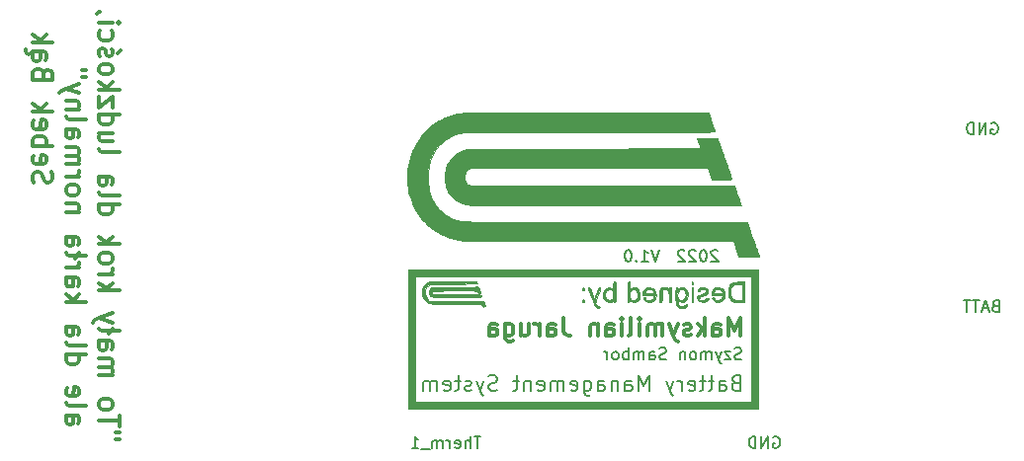
<source format=gbr>
%TF.GenerationSoftware,KiCad,Pcbnew,(5.1.10)-1*%
%TF.CreationDate,2022-01-24T02:12:42+01:00*%
%TF.ProjectId,BMS_LV_2022,424d535f-4c56-45f3-9230-32322e6b6963,rev?*%
%TF.SameCoordinates,Original*%
%TF.FileFunction,Legend,Bot*%
%TF.FilePolarity,Positive*%
%FSLAX46Y46*%
G04 Gerber Fmt 4.6, Leading zero omitted, Abs format (unit mm)*
G04 Created by KiCad (PCBNEW (5.1.10)-1) date 2022-01-24 02:12:42*
%MOMM*%
%LPD*%
G01*
G04 APERTURE LIST*
%ADD10C,0.150000*%
%ADD11C,0.300000*%
%ADD12C,0.180000*%
%ADD13C,0.010000*%
G04 APERTURE END LIST*
D10*
X164579712Y-104354380D02*
X164246379Y-105354380D01*
X163913045Y-104354380D01*
X163055903Y-105354380D02*
X163627331Y-105354380D01*
X163341617Y-105354380D02*
X163341617Y-104354380D01*
X163436855Y-104497238D01*
X163532093Y-104592476D01*
X163627331Y-104640095D01*
X162627331Y-105259142D02*
X162579712Y-105306761D01*
X162627331Y-105354380D01*
X162674950Y-105306761D01*
X162627331Y-105259142D01*
X162627331Y-105354380D01*
X161960664Y-104354380D02*
X161865426Y-104354380D01*
X161770188Y-104402000D01*
X161722569Y-104449619D01*
X161674950Y-104544857D01*
X161627331Y-104735333D01*
X161627331Y-104973428D01*
X161674950Y-105163904D01*
X161722569Y-105259142D01*
X161770188Y-105306761D01*
X161865426Y-105354380D01*
X161960664Y-105354380D01*
X162055903Y-105306761D01*
X162103522Y-105259142D01*
X162151141Y-105163904D01*
X162198760Y-104973428D01*
X162198760Y-104735333D01*
X162151141Y-104544857D01*
X162103522Y-104449619D01*
X162055903Y-104402000D01*
X161960664Y-104354380D01*
X169596188Y-104449619D02*
X169548569Y-104402000D01*
X169453331Y-104354380D01*
X169215236Y-104354380D01*
X169119998Y-104402000D01*
X169072379Y-104449619D01*
X169024760Y-104544857D01*
X169024760Y-104640095D01*
X169072379Y-104782952D01*
X169643807Y-105354380D01*
X169024760Y-105354380D01*
X168405712Y-104354380D02*
X168310474Y-104354380D01*
X168215236Y-104402000D01*
X168167617Y-104449619D01*
X168119998Y-104544857D01*
X168072379Y-104735333D01*
X168072379Y-104973428D01*
X168119998Y-105163904D01*
X168167617Y-105259142D01*
X168215236Y-105306761D01*
X168310474Y-105354380D01*
X168405712Y-105354380D01*
X168500950Y-105306761D01*
X168548569Y-105259142D01*
X168596188Y-105163904D01*
X168643807Y-104973428D01*
X168643807Y-104735333D01*
X168596188Y-104544857D01*
X168548569Y-104449619D01*
X168500950Y-104402000D01*
X168405712Y-104354380D01*
X167691426Y-104449619D02*
X167643807Y-104402000D01*
X167548569Y-104354380D01*
X167310474Y-104354380D01*
X167215236Y-104402000D01*
X167167617Y-104449619D01*
X167119998Y-104544857D01*
X167119998Y-104640095D01*
X167167617Y-104782952D01*
X167739045Y-105354380D01*
X167119998Y-105354380D01*
X166739045Y-104449619D02*
X166691426Y-104402000D01*
X166596188Y-104354380D01*
X166358093Y-104354380D01*
X166262855Y-104402000D01*
X166215236Y-104449619D01*
X166167617Y-104544857D01*
X166167617Y-104640095D01*
X166215236Y-104782952D01*
X166786664Y-105354380D01*
X166167617Y-105354380D01*
X174358807Y-120404000D02*
X174454045Y-120356380D01*
X174596903Y-120356380D01*
X174739760Y-120404000D01*
X174834998Y-120499238D01*
X174882617Y-120594476D01*
X174930236Y-120784952D01*
X174930236Y-120927809D01*
X174882617Y-121118285D01*
X174834998Y-121213523D01*
X174739760Y-121308761D01*
X174596903Y-121356380D01*
X174501664Y-121356380D01*
X174358807Y-121308761D01*
X174311188Y-121261142D01*
X174311188Y-120927809D01*
X174501664Y-120927809D01*
X173882617Y-121356380D02*
X173882617Y-120356380D01*
X173311188Y-121356380D01*
X173311188Y-120356380D01*
X172834998Y-121356380D02*
X172834998Y-120356380D01*
X172596903Y-120356380D01*
X172454045Y-120404000D01*
X172358807Y-120499238D01*
X172311188Y-120594476D01*
X172263569Y-120784952D01*
X172263569Y-120927809D01*
X172311188Y-121118285D01*
X172358807Y-121213523D01*
X172454045Y-121308761D01*
X172596903Y-121356380D01*
X172834998Y-121356380D01*
X149291903Y-120356380D02*
X148720474Y-120356380D01*
X149006188Y-121356380D02*
X149006188Y-120356380D01*
X148387141Y-121356380D02*
X148387141Y-120356380D01*
X147958569Y-121356380D02*
X147958569Y-120832571D01*
X148006188Y-120737333D01*
X148101426Y-120689714D01*
X148244283Y-120689714D01*
X148339522Y-120737333D01*
X148387141Y-120784952D01*
X147101426Y-121308761D02*
X147196664Y-121356380D01*
X147387141Y-121356380D01*
X147482379Y-121308761D01*
X147529998Y-121213523D01*
X147529998Y-120832571D01*
X147482379Y-120737333D01*
X147387141Y-120689714D01*
X147196664Y-120689714D01*
X147101426Y-120737333D01*
X147053807Y-120832571D01*
X147053807Y-120927809D01*
X147529998Y-121023047D01*
X146625236Y-121356380D02*
X146625236Y-120689714D01*
X146625236Y-120880190D02*
X146577617Y-120784952D01*
X146529998Y-120737333D01*
X146434760Y-120689714D01*
X146339522Y-120689714D01*
X146006188Y-121356380D02*
X146006188Y-120689714D01*
X146006188Y-120784952D02*
X145958569Y-120737333D01*
X145863331Y-120689714D01*
X145720474Y-120689714D01*
X145625236Y-120737333D01*
X145577617Y-120832571D01*
X145577617Y-121356380D01*
X145577617Y-120832571D02*
X145529998Y-120737333D01*
X145434760Y-120689714D01*
X145291903Y-120689714D01*
X145196664Y-120737333D01*
X145149045Y-120832571D01*
X145149045Y-121356380D01*
X144910950Y-121451619D02*
X144149045Y-121451619D01*
X143387141Y-121356380D02*
X143958569Y-121356380D01*
X143672855Y-121356380D02*
X143672855Y-120356380D01*
X143768093Y-120499238D01*
X143863331Y-120594476D01*
X143958569Y-120642095D01*
X193384950Y-109148571D02*
X193242093Y-109196190D01*
X193194474Y-109243809D01*
X193146855Y-109339047D01*
X193146855Y-109481904D01*
X193194474Y-109577142D01*
X193242093Y-109624761D01*
X193337331Y-109672380D01*
X193718283Y-109672380D01*
X193718283Y-108672380D01*
X193384950Y-108672380D01*
X193289712Y-108720000D01*
X193242093Y-108767619D01*
X193194474Y-108862857D01*
X193194474Y-108958095D01*
X193242093Y-109053333D01*
X193289712Y-109100952D01*
X193384950Y-109148571D01*
X193718283Y-109148571D01*
X192765903Y-109386666D02*
X192289712Y-109386666D01*
X192861141Y-109672380D02*
X192527807Y-108672380D01*
X192194474Y-109672380D01*
X192003998Y-108672380D02*
X191432569Y-108672380D01*
X191718283Y-109672380D02*
X191718283Y-108672380D01*
X191242093Y-108672380D02*
X190670664Y-108672380D01*
X190956379Y-109672380D02*
X190956379Y-108672380D01*
X193027807Y-93480000D02*
X193123045Y-93432380D01*
X193265903Y-93432380D01*
X193408760Y-93480000D01*
X193503998Y-93575238D01*
X193551617Y-93670476D01*
X193599236Y-93860952D01*
X193599236Y-94003809D01*
X193551617Y-94194285D01*
X193503998Y-94289523D01*
X193408760Y-94384761D01*
X193265903Y-94432380D01*
X193170664Y-94432380D01*
X193027807Y-94384761D01*
X192980188Y-94337142D01*
X192980188Y-94003809D01*
X193170664Y-94003809D01*
X192551617Y-94432380D02*
X192551617Y-93432380D01*
X191980188Y-94432380D01*
X191980188Y-93432380D01*
X191503998Y-94432380D02*
X191503998Y-93432380D01*
X191265903Y-93432380D01*
X191123045Y-93480000D01*
X191027807Y-93575238D01*
X190980188Y-93670476D01*
X190932569Y-93860952D01*
X190932569Y-94003809D01*
X190980188Y-94194285D01*
X191027807Y-94289523D01*
X191123045Y-94384761D01*
X191265903Y-94432380D01*
X191503998Y-94432380D01*
D11*
X118322855Y-120639190D02*
X117999045Y-120639190D01*
X118322855Y-119991571D02*
X117999045Y-119991571D01*
X118322855Y-119505857D02*
X118322855Y-118534428D01*
X116622855Y-119020142D02*
X118322855Y-119020142D01*
X116622855Y-117724904D02*
X116703807Y-117886809D01*
X116784760Y-117967761D01*
X116946664Y-118048714D01*
X117432379Y-118048714D01*
X117594283Y-117967761D01*
X117675236Y-117886809D01*
X117756188Y-117724904D01*
X117756188Y-117482047D01*
X117675236Y-117320142D01*
X117594283Y-117239190D01*
X117432379Y-117158238D01*
X116946664Y-117158238D01*
X116784760Y-117239190D01*
X116703807Y-117320142D01*
X116622855Y-117482047D01*
X116622855Y-117724904D01*
X116622855Y-115134428D02*
X117756188Y-115134428D01*
X117594283Y-115134428D02*
X117675236Y-115053476D01*
X117756188Y-114891571D01*
X117756188Y-114648714D01*
X117675236Y-114486809D01*
X117513331Y-114405857D01*
X116622855Y-114405857D01*
X117513331Y-114405857D02*
X117675236Y-114324904D01*
X117756188Y-114163000D01*
X117756188Y-113920142D01*
X117675236Y-113758238D01*
X117513331Y-113677285D01*
X116622855Y-113677285D01*
X116622855Y-112139190D02*
X117513331Y-112139190D01*
X117675236Y-112220142D01*
X117756188Y-112382047D01*
X117756188Y-112705857D01*
X117675236Y-112867761D01*
X116703807Y-112139190D02*
X116622855Y-112301095D01*
X116622855Y-112705857D01*
X116703807Y-112867761D01*
X116865712Y-112948714D01*
X117027617Y-112948714D01*
X117189522Y-112867761D01*
X117270474Y-112705857D01*
X117270474Y-112301095D01*
X117351426Y-112139190D01*
X116622855Y-111086809D02*
X116703807Y-111248714D01*
X116865712Y-111329666D01*
X118322855Y-111329666D01*
X117432379Y-111572523D02*
X117756188Y-111086809D01*
X117756188Y-110601095D02*
X116622855Y-110196333D01*
X117756188Y-109791571D02*
X116622855Y-110196333D01*
X116218093Y-110358238D01*
X116137141Y-110439190D01*
X116056188Y-110601095D01*
X116622855Y-107848714D02*
X118322855Y-107848714D01*
X117270474Y-107686809D02*
X116622855Y-107201095D01*
X117756188Y-107201095D02*
X117108569Y-107848714D01*
X116622855Y-106472523D02*
X117756188Y-106472523D01*
X117432379Y-106472523D02*
X117594283Y-106391571D01*
X117675236Y-106310619D01*
X117756188Y-106148714D01*
X117756188Y-105986809D01*
X116622855Y-105177285D02*
X116703807Y-105339190D01*
X116784760Y-105420142D01*
X116946664Y-105501095D01*
X117432379Y-105501095D01*
X117594283Y-105420142D01*
X117675236Y-105339190D01*
X117756188Y-105177285D01*
X117756188Y-104934428D01*
X117675236Y-104772523D01*
X117594283Y-104691571D01*
X117432379Y-104610619D01*
X116946664Y-104610619D01*
X116784760Y-104691571D01*
X116703807Y-104772523D01*
X116622855Y-104934428D01*
X116622855Y-105177285D01*
X116622855Y-103882047D02*
X118322855Y-103882047D01*
X117270474Y-103720142D02*
X116622855Y-103234428D01*
X117756188Y-103234428D02*
X117108569Y-103882047D01*
X116622855Y-100482047D02*
X118322855Y-100482047D01*
X116703807Y-100482047D02*
X116622855Y-100643952D01*
X116622855Y-100967761D01*
X116703807Y-101129666D01*
X116784760Y-101210619D01*
X116946664Y-101291571D01*
X117432379Y-101291571D01*
X117594283Y-101210619D01*
X117675236Y-101129666D01*
X117756188Y-100967761D01*
X117756188Y-100643952D01*
X117675236Y-100482047D01*
X116622855Y-99429666D02*
X116703807Y-99591571D01*
X116865712Y-99672523D01*
X118322855Y-99672523D01*
X116622855Y-98053476D02*
X117513331Y-98053476D01*
X117675236Y-98134428D01*
X117756188Y-98296333D01*
X117756188Y-98620142D01*
X117675236Y-98782047D01*
X116703807Y-98053476D02*
X116622855Y-98215380D01*
X116622855Y-98620142D01*
X116703807Y-98782047D01*
X116865712Y-98863000D01*
X117027617Y-98863000D01*
X117189522Y-98782047D01*
X117270474Y-98620142D01*
X117270474Y-98215380D01*
X117351426Y-98053476D01*
X116622855Y-95705857D02*
X116703807Y-95867761D01*
X116865712Y-95948714D01*
X118322855Y-95948714D01*
X117756188Y-94329666D02*
X116622855Y-94329666D01*
X117756188Y-95058238D02*
X116865712Y-95058238D01*
X116703807Y-94977285D01*
X116622855Y-94815380D01*
X116622855Y-94572523D01*
X116703807Y-94410619D01*
X116784760Y-94329666D01*
X116622855Y-92791571D02*
X118322855Y-92791571D01*
X116703807Y-92791571D02*
X116622855Y-92953476D01*
X116622855Y-93277285D01*
X116703807Y-93439190D01*
X116784760Y-93520142D01*
X116946664Y-93601095D01*
X117432379Y-93601095D01*
X117594283Y-93520142D01*
X117675236Y-93439190D01*
X117756188Y-93277285D01*
X117756188Y-92953476D01*
X117675236Y-92791571D01*
X117756188Y-92143952D02*
X117756188Y-91253476D01*
X116622855Y-92143952D01*
X116622855Y-91253476D01*
X116622855Y-90605857D02*
X118322855Y-90605857D01*
X117270474Y-90443952D02*
X116622855Y-89958238D01*
X117756188Y-89958238D02*
X117108569Y-90605857D01*
X116622855Y-88986809D02*
X116703807Y-89148714D01*
X116784760Y-89229666D01*
X116946664Y-89310619D01*
X117432379Y-89310619D01*
X117594283Y-89229666D01*
X117675236Y-89148714D01*
X117756188Y-88986809D01*
X117756188Y-88743952D01*
X117675236Y-88582047D01*
X117594283Y-88501095D01*
X117432379Y-88420142D01*
X116946664Y-88420142D01*
X116784760Y-88501095D01*
X116703807Y-88582047D01*
X116622855Y-88743952D01*
X116622855Y-88986809D01*
X116703807Y-87772523D02*
X116622855Y-87610619D01*
X116622855Y-87286809D01*
X116703807Y-87124904D01*
X116865712Y-87043952D01*
X116946664Y-87043952D01*
X117108569Y-87124904D01*
X117189522Y-87286809D01*
X117189522Y-87529666D01*
X117270474Y-87691571D01*
X117432379Y-87772523D01*
X117513331Y-87772523D01*
X117675236Y-87691571D01*
X117756188Y-87529666D01*
X117756188Y-87286809D01*
X117675236Y-87124904D01*
X118403807Y-87286809D02*
X118160950Y-87529666D01*
X116703807Y-85586809D02*
X116622855Y-85748714D01*
X116622855Y-86072523D01*
X116703807Y-86234428D01*
X116784760Y-86315380D01*
X116946664Y-86396333D01*
X117432379Y-86396333D01*
X117594283Y-86315380D01*
X117675236Y-86234428D01*
X117756188Y-86072523D01*
X117756188Y-85748714D01*
X117675236Y-85586809D01*
X116622855Y-84858238D02*
X117756188Y-84858238D01*
X118322855Y-84858238D02*
X118241903Y-84939190D01*
X118160950Y-84858238D01*
X118241903Y-84777285D01*
X118322855Y-84858238D01*
X118160950Y-84858238D01*
X116703807Y-83967761D02*
X116622855Y-83967761D01*
X116460950Y-84048714D01*
X116379998Y-84129666D01*
X113772855Y-118534428D02*
X114663331Y-118534428D01*
X114825236Y-118615380D01*
X114906188Y-118777285D01*
X114906188Y-119101095D01*
X114825236Y-119263000D01*
X113853807Y-118534428D02*
X113772855Y-118696333D01*
X113772855Y-119101095D01*
X113853807Y-119263000D01*
X114015712Y-119343952D01*
X114177617Y-119343952D01*
X114339522Y-119263000D01*
X114420474Y-119101095D01*
X114420474Y-118696333D01*
X114501426Y-118534428D01*
X113772855Y-117482047D02*
X113853807Y-117643952D01*
X114015712Y-117724904D01*
X115472855Y-117724904D01*
X113853807Y-116186809D02*
X113772855Y-116348714D01*
X113772855Y-116672523D01*
X113853807Y-116834428D01*
X114015712Y-116915380D01*
X114663331Y-116915380D01*
X114825236Y-116834428D01*
X114906188Y-116672523D01*
X114906188Y-116348714D01*
X114825236Y-116186809D01*
X114663331Y-116105857D01*
X114501426Y-116105857D01*
X114339522Y-116915380D01*
X113772855Y-113353476D02*
X115472855Y-113353476D01*
X113853807Y-113353476D02*
X113772855Y-113515380D01*
X113772855Y-113839190D01*
X113853807Y-114001095D01*
X113934760Y-114082047D01*
X114096664Y-114163000D01*
X114582379Y-114163000D01*
X114744283Y-114082047D01*
X114825236Y-114001095D01*
X114906188Y-113839190D01*
X114906188Y-113515380D01*
X114825236Y-113353476D01*
X113772855Y-112301095D02*
X113853807Y-112463000D01*
X114015712Y-112543952D01*
X115472855Y-112543952D01*
X113772855Y-110924904D02*
X114663331Y-110924904D01*
X114825236Y-111005857D01*
X114906188Y-111167761D01*
X114906188Y-111491571D01*
X114825236Y-111653476D01*
X113853807Y-110924904D02*
X113772855Y-111086809D01*
X113772855Y-111491571D01*
X113853807Y-111653476D01*
X114015712Y-111734428D01*
X114177617Y-111734428D01*
X114339522Y-111653476D01*
X114420474Y-111491571D01*
X114420474Y-111086809D01*
X114501426Y-110924904D01*
X113772855Y-108820142D02*
X115472855Y-108820142D01*
X114420474Y-108658238D02*
X113772855Y-108172523D01*
X114906188Y-108172523D02*
X114258569Y-108820142D01*
X113772855Y-106715380D02*
X114663331Y-106715380D01*
X114825236Y-106796333D01*
X114906188Y-106958238D01*
X114906188Y-107282047D01*
X114825236Y-107443952D01*
X113853807Y-106715380D02*
X113772855Y-106877285D01*
X113772855Y-107282047D01*
X113853807Y-107443952D01*
X114015712Y-107524904D01*
X114177617Y-107524904D01*
X114339522Y-107443952D01*
X114420474Y-107282047D01*
X114420474Y-106877285D01*
X114501426Y-106715380D01*
X113772855Y-105905857D02*
X114906188Y-105905857D01*
X114582379Y-105905857D02*
X114744283Y-105824904D01*
X114825236Y-105743952D01*
X114906188Y-105582047D01*
X114906188Y-105420142D01*
X113772855Y-104610619D02*
X113853807Y-104772523D01*
X114015712Y-104853476D01*
X115472855Y-104853476D01*
X114582379Y-105096333D02*
X114906188Y-104610619D01*
X113772855Y-103234428D02*
X114663331Y-103234428D01*
X114825236Y-103315380D01*
X114906188Y-103477285D01*
X114906188Y-103801095D01*
X114825236Y-103963000D01*
X113853807Y-103234428D02*
X113772855Y-103396333D01*
X113772855Y-103801095D01*
X113853807Y-103963000D01*
X114015712Y-104043952D01*
X114177617Y-104043952D01*
X114339522Y-103963000D01*
X114420474Y-103801095D01*
X114420474Y-103396333D01*
X114501426Y-103234428D01*
X114906188Y-101129666D02*
X113772855Y-101129666D01*
X114744283Y-101129666D02*
X114825236Y-101048714D01*
X114906188Y-100886809D01*
X114906188Y-100643952D01*
X114825236Y-100482047D01*
X114663331Y-100401095D01*
X113772855Y-100401095D01*
X113772855Y-99348714D02*
X113853807Y-99510619D01*
X113934760Y-99591571D01*
X114096664Y-99672523D01*
X114582379Y-99672523D01*
X114744283Y-99591571D01*
X114825236Y-99510619D01*
X114906188Y-99348714D01*
X114906188Y-99105857D01*
X114825236Y-98943952D01*
X114744283Y-98863000D01*
X114582379Y-98782047D01*
X114096664Y-98782047D01*
X113934760Y-98863000D01*
X113853807Y-98943952D01*
X113772855Y-99105857D01*
X113772855Y-99348714D01*
X113772855Y-98053476D02*
X114906188Y-98053476D01*
X114582379Y-98053476D02*
X114744283Y-97972523D01*
X114825236Y-97891571D01*
X114906188Y-97729666D01*
X114906188Y-97567761D01*
X113772855Y-97001095D02*
X114906188Y-97001095D01*
X114744283Y-97001095D02*
X114825236Y-96920142D01*
X114906188Y-96758238D01*
X114906188Y-96515380D01*
X114825236Y-96353476D01*
X114663331Y-96272523D01*
X113772855Y-96272523D01*
X114663331Y-96272523D02*
X114825236Y-96191571D01*
X114906188Y-96029666D01*
X114906188Y-95786809D01*
X114825236Y-95624904D01*
X114663331Y-95543952D01*
X113772855Y-95543952D01*
X113772855Y-94005857D02*
X114663331Y-94005857D01*
X114825236Y-94086809D01*
X114906188Y-94248714D01*
X114906188Y-94572523D01*
X114825236Y-94734428D01*
X113853807Y-94005857D02*
X113772855Y-94167761D01*
X113772855Y-94572523D01*
X113853807Y-94734428D01*
X114015712Y-94815380D01*
X114177617Y-94815380D01*
X114339522Y-94734428D01*
X114420474Y-94572523D01*
X114420474Y-94167761D01*
X114501426Y-94005857D01*
X113772855Y-92953476D02*
X113853807Y-93115380D01*
X114015712Y-93196333D01*
X115472855Y-93196333D01*
X114906188Y-92305857D02*
X113772855Y-92305857D01*
X114744283Y-92305857D02*
X114825236Y-92224904D01*
X114906188Y-92063000D01*
X114906188Y-91820142D01*
X114825236Y-91658238D01*
X114663331Y-91577285D01*
X113772855Y-91577285D01*
X114906188Y-90929666D02*
X113772855Y-90524904D01*
X114906188Y-90120142D02*
X113772855Y-90524904D01*
X113368093Y-90686809D01*
X113287141Y-90767761D01*
X113206188Y-90929666D01*
X115472855Y-89553476D02*
X115149045Y-89553476D01*
X115472855Y-88905857D02*
X115149045Y-88905857D01*
X111003807Y-98620142D02*
X110922855Y-98377285D01*
X110922855Y-97972523D01*
X111003807Y-97810619D01*
X111084760Y-97729666D01*
X111246664Y-97648714D01*
X111408569Y-97648714D01*
X111570474Y-97729666D01*
X111651426Y-97810619D01*
X111732379Y-97972523D01*
X111813331Y-98296333D01*
X111894283Y-98458238D01*
X111975236Y-98539190D01*
X112137141Y-98620142D01*
X112299045Y-98620142D01*
X112460950Y-98539190D01*
X112541903Y-98458238D01*
X112622855Y-98296333D01*
X112622855Y-97891571D01*
X112541903Y-97648714D01*
X111003807Y-96272523D02*
X110922855Y-96434428D01*
X110922855Y-96758238D01*
X111003807Y-96920142D01*
X111165712Y-97001095D01*
X111813331Y-97001095D01*
X111975236Y-96920142D01*
X112056188Y-96758238D01*
X112056188Y-96434428D01*
X111975236Y-96272523D01*
X111813331Y-96191571D01*
X111651426Y-96191571D01*
X111489522Y-97001095D01*
X110922855Y-95462999D02*
X112622855Y-95462999D01*
X111975236Y-95462999D02*
X112056188Y-95301095D01*
X112056188Y-94977285D01*
X111975236Y-94815380D01*
X111894283Y-94734428D01*
X111732379Y-94653476D01*
X111246664Y-94653476D01*
X111084760Y-94734428D01*
X111003807Y-94815380D01*
X110922855Y-94977285D01*
X110922855Y-95301095D01*
X111003807Y-95462999D01*
X111003807Y-93277285D02*
X110922855Y-93439190D01*
X110922855Y-93762999D01*
X111003807Y-93924904D01*
X111165712Y-94005857D01*
X111813331Y-94005857D01*
X111975236Y-93924904D01*
X112056188Y-93762999D01*
X112056188Y-93439190D01*
X111975236Y-93277285D01*
X111813331Y-93196333D01*
X111651426Y-93196333D01*
X111489522Y-94005857D01*
X110922855Y-92467761D02*
X112622855Y-92467761D01*
X111570474Y-92305857D02*
X110922855Y-91820142D01*
X112056188Y-91820142D02*
X111408569Y-92467761D01*
X111813331Y-89229666D02*
X111732379Y-88986809D01*
X111651426Y-88905857D01*
X111489522Y-88824904D01*
X111246664Y-88824904D01*
X111084760Y-88905857D01*
X111003807Y-88986809D01*
X110922855Y-89148714D01*
X110922855Y-89796333D01*
X112622855Y-89796333D01*
X112622855Y-89229666D01*
X112541903Y-89067761D01*
X112460950Y-88986809D01*
X112299045Y-88905857D01*
X112137141Y-88905857D01*
X111975236Y-88986809D01*
X111894283Y-89067761D01*
X111813331Y-89229666D01*
X111813331Y-89796333D01*
X110922855Y-87367761D02*
X111813331Y-87367761D01*
X111975236Y-87448714D01*
X112056188Y-87610619D01*
X112056188Y-87934428D01*
X111975236Y-88096333D01*
X111003807Y-87367761D02*
X110922855Y-87529666D01*
X110922855Y-87934428D01*
X111003807Y-88096333D01*
X111165712Y-88177285D01*
X111327617Y-88177285D01*
X111489522Y-88096333D01*
X111570474Y-87934428D01*
X111570474Y-87529666D01*
X111651426Y-87367761D01*
X110922855Y-87367761D02*
X110760950Y-87529666D01*
X110599045Y-87610619D01*
X110437141Y-87529666D01*
X110356188Y-87367761D01*
X110356188Y-87205857D01*
X110922855Y-86558238D02*
X112622855Y-86558238D01*
X111570474Y-86396333D02*
X110922855Y-85910619D01*
X112056188Y-85910619D02*
X111408569Y-86558238D01*
D12*
X171136845Y-115756542D02*
X170951131Y-115818447D01*
X170889226Y-115880352D01*
X170827322Y-116004161D01*
X170827322Y-116189876D01*
X170889226Y-116313685D01*
X170951131Y-116375590D01*
X171074941Y-116437495D01*
X171570179Y-116437495D01*
X171570179Y-115137495D01*
X171136845Y-115137495D01*
X171013036Y-115199400D01*
X170951131Y-115261304D01*
X170889226Y-115385114D01*
X170889226Y-115508923D01*
X170951131Y-115632733D01*
X171013036Y-115694638D01*
X171136845Y-115756542D01*
X171570179Y-115756542D01*
X169713036Y-116437495D02*
X169713036Y-115756542D01*
X169774941Y-115632733D01*
X169898750Y-115570828D01*
X170146369Y-115570828D01*
X170270179Y-115632733D01*
X169713036Y-116375590D02*
X169836845Y-116437495D01*
X170146369Y-116437495D01*
X170270179Y-116375590D01*
X170332083Y-116251780D01*
X170332083Y-116127971D01*
X170270179Y-116004161D01*
X170146369Y-115942257D01*
X169836845Y-115942257D01*
X169713036Y-115880352D01*
X169279703Y-115570828D02*
X168784464Y-115570828D01*
X169093988Y-115137495D02*
X169093988Y-116251780D01*
X169032083Y-116375590D01*
X168908274Y-116437495D01*
X168784464Y-116437495D01*
X168536845Y-115570828D02*
X168041607Y-115570828D01*
X168351131Y-115137495D02*
X168351131Y-116251780D01*
X168289226Y-116375590D01*
X168165417Y-116437495D01*
X168041607Y-116437495D01*
X167113036Y-116375590D02*
X167236845Y-116437495D01*
X167484464Y-116437495D01*
X167608274Y-116375590D01*
X167670179Y-116251780D01*
X167670179Y-115756542D01*
X167608274Y-115632733D01*
X167484464Y-115570828D01*
X167236845Y-115570828D01*
X167113036Y-115632733D01*
X167051131Y-115756542D01*
X167051131Y-115880352D01*
X167670179Y-116004161D01*
X166493988Y-116437495D02*
X166493988Y-115570828D01*
X166493988Y-115818447D02*
X166432083Y-115694638D01*
X166370179Y-115632733D01*
X166246369Y-115570828D01*
X166122560Y-115570828D01*
X165813036Y-115570828D02*
X165503512Y-116437495D01*
X165193988Y-115570828D02*
X165503512Y-116437495D01*
X165627322Y-116747019D01*
X165689226Y-116808923D01*
X165813036Y-116870828D01*
X163708274Y-116437495D02*
X163708274Y-115137495D01*
X163274941Y-116066066D01*
X162841607Y-115137495D01*
X162841607Y-116437495D01*
X161665417Y-116437495D02*
X161665417Y-115756542D01*
X161727322Y-115632733D01*
X161851131Y-115570828D01*
X162098750Y-115570828D01*
X162222560Y-115632733D01*
X161665417Y-116375590D02*
X161789226Y-116437495D01*
X162098750Y-116437495D01*
X162222560Y-116375590D01*
X162284464Y-116251780D01*
X162284464Y-116127971D01*
X162222560Y-116004161D01*
X162098750Y-115942257D01*
X161789226Y-115942257D01*
X161665417Y-115880352D01*
X161046369Y-115570828D02*
X161046369Y-116437495D01*
X161046369Y-115694638D02*
X160984464Y-115632733D01*
X160860655Y-115570828D01*
X160674941Y-115570828D01*
X160551131Y-115632733D01*
X160489226Y-115756542D01*
X160489226Y-116437495D01*
X159313036Y-116437495D02*
X159313036Y-115756542D01*
X159374941Y-115632733D01*
X159498750Y-115570828D01*
X159746369Y-115570828D01*
X159870179Y-115632733D01*
X159313036Y-116375590D02*
X159436845Y-116437495D01*
X159746369Y-116437495D01*
X159870179Y-116375590D01*
X159932083Y-116251780D01*
X159932083Y-116127971D01*
X159870179Y-116004161D01*
X159746369Y-115942257D01*
X159436845Y-115942257D01*
X159313036Y-115880352D01*
X158136845Y-115570828D02*
X158136845Y-116623209D01*
X158198750Y-116747019D01*
X158260655Y-116808923D01*
X158384464Y-116870828D01*
X158570179Y-116870828D01*
X158693988Y-116808923D01*
X158136845Y-116375590D02*
X158260655Y-116437495D01*
X158508274Y-116437495D01*
X158632083Y-116375590D01*
X158693988Y-116313685D01*
X158755893Y-116189876D01*
X158755893Y-115818447D01*
X158693988Y-115694638D01*
X158632083Y-115632733D01*
X158508274Y-115570828D01*
X158260655Y-115570828D01*
X158136845Y-115632733D01*
X157022560Y-116375590D02*
X157146369Y-116437495D01*
X157393988Y-116437495D01*
X157517798Y-116375590D01*
X157579703Y-116251780D01*
X157579703Y-115756542D01*
X157517798Y-115632733D01*
X157393988Y-115570828D01*
X157146369Y-115570828D01*
X157022560Y-115632733D01*
X156960655Y-115756542D01*
X156960655Y-115880352D01*
X157579703Y-116004161D01*
X156403512Y-116437495D02*
X156403512Y-115570828D01*
X156403512Y-115694638D02*
X156341607Y-115632733D01*
X156217798Y-115570828D01*
X156032083Y-115570828D01*
X155908274Y-115632733D01*
X155846369Y-115756542D01*
X155846369Y-116437495D01*
X155846369Y-115756542D02*
X155784464Y-115632733D01*
X155660655Y-115570828D01*
X155474941Y-115570828D01*
X155351131Y-115632733D01*
X155289226Y-115756542D01*
X155289226Y-116437495D01*
X154174941Y-116375590D02*
X154298750Y-116437495D01*
X154546369Y-116437495D01*
X154670179Y-116375590D01*
X154732083Y-116251780D01*
X154732083Y-115756542D01*
X154670179Y-115632733D01*
X154546369Y-115570828D01*
X154298750Y-115570828D01*
X154174941Y-115632733D01*
X154113036Y-115756542D01*
X154113036Y-115880352D01*
X154732083Y-116004161D01*
X153555893Y-115570828D02*
X153555893Y-116437495D01*
X153555893Y-115694638D02*
X153493988Y-115632733D01*
X153370179Y-115570828D01*
X153184464Y-115570828D01*
X153060655Y-115632733D01*
X152998750Y-115756542D01*
X152998750Y-116437495D01*
X152565417Y-115570828D02*
X152070179Y-115570828D01*
X152379703Y-115137495D02*
X152379703Y-116251780D01*
X152317798Y-116375590D01*
X152193988Y-116437495D01*
X152070179Y-116437495D01*
X150708274Y-116375590D02*
X150522560Y-116437495D01*
X150213036Y-116437495D01*
X150089226Y-116375590D01*
X150027322Y-116313685D01*
X149965417Y-116189876D01*
X149965417Y-116066066D01*
X150027322Y-115942257D01*
X150089226Y-115880352D01*
X150213036Y-115818447D01*
X150460655Y-115756542D01*
X150584464Y-115694638D01*
X150646369Y-115632733D01*
X150708274Y-115508923D01*
X150708274Y-115385114D01*
X150646369Y-115261304D01*
X150584464Y-115199400D01*
X150460655Y-115137495D01*
X150151131Y-115137495D01*
X149965417Y-115199400D01*
X149532083Y-115570828D02*
X149222560Y-116437495D01*
X148913036Y-115570828D02*
X149222560Y-116437495D01*
X149346369Y-116747019D01*
X149408274Y-116808923D01*
X149532083Y-116870828D01*
X148479703Y-116375590D02*
X148355893Y-116437495D01*
X148108274Y-116437495D01*
X147984464Y-116375590D01*
X147922560Y-116251780D01*
X147922560Y-116189876D01*
X147984464Y-116066066D01*
X148108274Y-116004161D01*
X148293988Y-116004161D01*
X148417798Y-115942257D01*
X148479703Y-115818447D01*
X148479703Y-115756542D01*
X148417798Y-115632733D01*
X148293988Y-115570828D01*
X148108274Y-115570828D01*
X147984464Y-115632733D01*
X147551131Y-115570828D02*
X147055893Y-115570828D01*
X147365417Y-115137495D02*
X147365417Y-116251780D01*
X147303512Y-116375590D01*
X147179703Y-116437495D01*
X147055893Y-116437495D01*
X146127322Y-116375590D02*
X146251131Y-116437495D01*
X146498750Y-116437495D01*
X146622560Y-116375590D01*
X146684464Y-116251780D01*
X146684464Y-115756542D01*
X146622560Y-115632733D01*
X146498750Y-115570828D01*
X146251131Y-115570828D01*
X146127322Y-115632733D01*
X146065417Y-115756542D01*
X146065417Y-115880352D01*
X146684464Y-116004161D01*
X145508274Y-116437495D02*
X145508274Y-115570828D01*
X145508274Y-115694638D02*
X145446369Y-115632733D01*
X145322560Y-115570828D01*
X145136845Y-115570828D01*
X145013036Y-115632733D01*
X144951131Y-115756542D01*
X144951131Y-116437495D01*
X144951131Y-115756542D02*
X144889226Y-115632733D01*
X144765417Y-115570828D01*
X144579703Y-115570828D01*
X144455893Y-115632733D01*
X144393988Y-115756542D01*
X144393988Y-116437495D01*
D10*
X171607126Y-113714161D02*
X171464269Y-113761780D01*
X171226174Y-113761780D01*
X171130936Y-113714161D01*
X171083317Y-113666542D01*
X171035698Y-113571304D01*
X171035698Y-113476066D01*
X171083317Y-113380828D01*
X171130936Y-113333209D01*
X171226174Y-113285590D01*
X171416650Y-113237971D01*
X171511888Y-113190352D01*
X171559507Y-113142733D01*
X171607126Y-113047495D01*
X171607126Y-112952257D01*
X171559507Y-112857019D01*
X171511888Y-112809400D01*
X171416650Y-112761780D01*
X171178555Y-112761780D01*
X171035698Y-112809400D01*
X170702364Y-113095114D02*
X170178555Y-113095114D01*
X170702364Y-113761780D01*
X170178555Y-113761780D01*
X169892841Y-113095114D02*
X169654745Y-113761780D01*
X169416650Y-113095114D02*
X169654745Y-113761780D01*
X169749983Y-113999876D01*
X169797603Y-114047495D01*
X169892841Y-114095114D01*
X169035698Y-113761780D02*
X169035698Y-113095114D01*
X169035698Y-113190352D02*
X168988079Y-113142733D01*
X168892841Y-113095114D01*
X168749983Y-113095114D01*
X168654745Y-113142733D01*
X168607126Y-113237971D01*
X168607126Y-113761780D01*
X168607126Y-113237971D02*
X168559507Y-113142733D01*
X168464269Y-113095114D01*
X168321412Y-113095114D01*
X168226174Y-113142733D01*
X168178555Y-113237971D01*
X168178555Y-113761780D01*
X167559507Y-113761780D02*
X167654745Y-113714161D01*
X167702364Y-113666542D01*
X167749983Y-113571304D01*
X167749983Y-113285590D01*
X167702364Y-113190352D01*
X167654745Y-113142733D01*
X167559507Y-113095114D01*
X167416650Y-113095114D01*
X167321412Y-113142733D01*
X167273793Y-113190352D01*
X167226174Y-113285590D01*
X167226174Y-113571304D01*
X167273793Y-113666542D01*
X167321412Y-113714161D01*
X167416650Y-113761780D01*
X167559507Y-113761780D01*
X166797603Y-113095114D02*
X166797603Y-113761780D01*
X166797603Y-113190352D02*
X166749983Y-113142733D01*
X166654745Y-113095114D01*
X166511888Y-113095114D01*
X166416650Y-113142733D01*
X166369031Y-113237971D01*
X166369031Y-113761780D01*
X165178555Y-113714161D02*
X165035698Y-113761780D01*
X164797603Y-113761780D01*
X164702364Y-113714161D01*
X164654745Y-113666542D01*
X164607126Y-113571304D01*
X164607126Y-113476066D01*
X164654745Y-113380828D01*
X164702364Y-113333209D01*
X164797603Y-113285590D01*
X164988079Y-113237971D01*
X165083317Y-113190352D01*
X165130936Y-113142733D01*
X165178555Y-113047495D01*
X165178555Y-112952257D01*
X165130936Y-112857019D01*
X165083317Y-112809400D01*
X164988079Y-112761780D01*
X164749983Y-112761780D01*
X164607126Y-112809400D01*
X163749983Y-113761780D02*
X163749983Y-113237971D01*
X163797603Y-113142733D01*
X163892841Y-113095114D01*
X164083317Y-113095114D01*
X164178555Y-113142733D01*
X163749983Y-113714161D02*
X163845222Y-113761780D01*
X164083317Y-113761780D01*
X164178555Y-113714161D01*
X164226174Y-113618923D01*
X164226174Y-113523685D01*
X164178555Y-113428447D01*
X164083317Y-113380828D01*
X163845222Y-113380828D01*
X163749983Y-113333209D01*
X163273793Y-113761780D02*
X163273793Y-113095114D01*
X163273793Y-113190352D02*
X163226174Y-113142733D01*
X163130936Y-113095114D01*
X162988079Y-113095114D01*
X162892841Y-113142733D01*
X162845222Y-113237971D01*
X162845222Y-113761780D01*
X162845222Y-113237971D02*
X162797603Y-113142733D01*
X162702364Y-113095114D01*
X162559507Y-113095114D01*
X162464269Y-113142733D01*
X162416650Y-113237971D01*
X162416650Y-113761780D01*
X161940460Y-113761780D02*
X161940460Y-112761780D01*
X161940460Y-113142733D02*
X161845222Y-113095114D01*
X161654745Y-113095114D01*
X161559507Y-113142733D01*
X161511888Y-113190352D01*
X161464269Y-113285590D01*
X161464269Y-113571304D01*
X161511888Y-113666542D01*
X161559507Y-113714161D01*
X161654745Y-113761780D01*
X161845222Y-113761780D01*
X161940460Y-113714161D01*
X160892841Y-113761780D02*
X160988079Y-113714161D01*
X161035698Y-113666542D01*
X161083317Y-113571304D01*
X161083317Y-113285590D01*
X161035698Y-113190352D01*
X160988079Y-113142733D01*
X160892841Y-113095114D01*
X160749983Y-113095114D01*
X160654745Y-113142733D01*
X160607126Y-113190352D01*
X160559507Y-113285590D01*
X160559507Y-113571304D01*
X160607126Y-113666542D01*
X160654745Y-113714161D01*
X160749983Y-113761780D01*
X160892841Y-113761780D01*
X160130936Y-113761780D02*
X160130936Y-113095114D01*
X160130936Y-113285590D02*
X160083317Y-113190352D01*
X160035698Y-113142733D01*
X159940460Y-113095114D01*
X159845222Y-113095114D01*
D11*
X171520760Y-111727371D02*
X171520760Y-110227371D01*
X171020760Y-111298800D01*
X170520760Y-110227371D01*
X170520760Y-111727371D01*
X169163617Y-111727371D02*
X169163617Y-110941657D01*
X169235045Y-110798800D01*
X169377903Y-110727371D01*
X169663617Y-110727371D01*
X169806474Y-110798800D01*
X169163617Y-111655942D02*
X169306474Y-111727371D01*
X169663617Y-111727371D01*
X169806474Y-111655942D01*
X169877903Y-111513085D01*
X169877903Y-111370228D01*
X169806474Y-111227371D01*
X169663617Y-111155942D01*
X169306474Y-111155942D01*
X169163617Y-111084514D01*
X168449331Y-111727371D02*
X168449331Y-110227371D01*
X168306474Y-111155942D02*
X167877903Y-111727371D01*
X167877903Y-110727371D02*
X168449331Y-111298800D01*
X167306474Y-111655942D02*
X167163617Y-111727371D01*
X166877903Y-111727371D01*
X166735045Y-111655942D01*
X166663617Y-111513085D01*
X166663617Y-111441657D01*
X166735045Y-111298800D01*
X166877903Y-111227371D01*
X167092188Y-111227371D01*
X167235045Y-111155942D01*
X167306474Y-111013085D01*
X167306474Y-110941657D01*
X167235045Y-110798800D01*
X167092188Y-110727371D01*
X166877903Y-110727371D01*
X166735045Y-110798800D01*
X166163617Y-110727371D02*
X165806474Y-111727371D01*
X165449331Y-110727371D02*
X165806474Y-111727371D01*
X165949331Y-112084514D01*
X166020760Y-112155942D01*
X166163617Y-112227371D01*
X164877903Y-111727371D02*
X164877903Y-110727371D01*
X164877903Y-110870228D02*
X164806474Y-110798800D01*
X164663617Y-110727371D01*
X164449331Y-110727371D01*
X164306474Y-110798800D01*
X164235045Y-110941657D01*
X164235045Y-111727371D01*
X164235045Y-110941657D02*
X164163617Y-110798800D01*
X164020760Y-110727371D01*
X163806474Y-110727371D01*
X163663617Y-110798800D01*
X163592188Y-110941657D01*
X163592188Y-111727371D01*
X162877903Y-111727371D02*
X162877903Y-110727371D01*
X162877903Y-110227371D02*
X162949331Y-110298800D01*
X162877903Y-110370228D01*
X162806474Y-110298800D01*
X162877903Y-110227371D01*
X162877903Y-110370228D01*
X161949331Y-111727371D02*
X162092188Y-111655942D01*
X162163617Y-111513085D01*
X162163617Y-110227371D01*
X161377903Y-111727371D02*
X161377903Y-110727371D01*
X161377903Y-110227371D02*
X161449331Y-110298800D01*
X161377903Y-110370228D01*
X161306474Y-110298800D01*
X161377903Y-110227371D01*
X161377903Y-110370228D01*
X160020760Y-111727371D02*
X160020760Y-110941657D01*
X160092188Y-110798800D01*
X160235045Y-110727371D01*
X160520760Y-110727371D01*
X160663617Y-110798800D01*
X160020760Y-111655942D02*
X160163617Y-111727371D01*
X160520760Y-111727371D01*
X160663617Y-111655942D01*
X160735045Y-111513085D01*
X160735045Y-111370228D01*
X160663617Y-111227371D01*
X160520760Y-111155942D01*
X160163617Y-111155942D01*
X160020760Y-111084514D01*
X159306474Y-110727371D02*
X159306474Y-111727371D01*
X159306474Y-110870228D02*
X159235045Y-110798800D01*
X159092188Y-110727371D01*
X158877903Y-110727371D01*
X158735045Y-110798800D01*
X158663617Y-110941657D01*
X158663617Y-111727371D01*
X156377903Y-110227371D02*
X156377903Y-111298800D01*
X156449331Y-111513085D01*
X156592188Y-111655942D01*
X156806474Y-111727371D01*
X156949331Y-111727371D01*
X155020760Y-111727371D02*
X155020760Y-110941657D01*
X155092188Y-110798800D01*
X155235045Y-110727371D01*
X155520760Y-110727371D01*
X155663617Y-110798800D01*
X155020760Y-111655942D02*
X155163617Y-111727371D01*
X155520760Y-111727371D01*
X155663617Y-111655942D01*
X155735045Y-111513085D01*
X155735045Y-111370228D01*
X155663617Y-111227371D01*
X155520760Y-111155942D01*
X155163617Y-111155942D01*
X155020760Y-111084514D01*
X154306474Y-111727371D02*
X154306474Y-110727371D01*
X154306474Y-111013085D02*
X154235045Y-110870228D01*
X154163617Y-110798800D01*
X154020760Y-110727371D01*
X153877903Y-110727371D01*
X152735045Y-110727371D02*
X152735045Y-111727371D01*
X153377903Y-110727371D02*
X153377903Y-111513085D01*
X153306474Y-111655942D01*
X153163617Y-111727371D01*
X152949331Y-111727371D01*
X152806474Y-111655942D01*
X152735045Y-111584514D01*
X151377903Y-110727371D02*
X151377903Y-111941657D01*
X151449331Y-112084514D01*
X151520760Y-112155942D01*
X151663617Y-112227371D01*
X151877903Y-112227371D01*
X152020760Y-112155942D01*
X151377903Y-111655942D02*
X151520760Y-111727371D01*
X151806474Y-111727371D01*
X151949331Y-111655942D01*
X152020760Y-111584514D01*
X152092188Y-111441657D01*
X152092188Y-111013085D01*
X152020760Y-110870228D01*
X151949331Y-110798800D01*
X151806474Y-110727371D01*
X151520760Y-110727371D01*
X151377903Y-110798800D01*
X150020760Y-111727371D02*
X150020760Y-110941657D01*
X150092188Y-110798800D01*
X150235045Y-110727371D01*
X150520760Y-110727371D01*
X150663617Y-110798800D01*
X150020760Y-111655942D02*
X150163617Y-111727371D01*
X150520760Y-111727371D01*
X150663617Y-111655942D01*
X150735045Y-111513085D01*
X150735045Y-111370228D01*
X150663617Y-111227371D01*
X150520760Y-111155942D01*
X150163617Y-111155942D01*
X150020760Y-111084514D01*
D13*
%TO.C,G\u002A\u002A\u002A*%
G36*
X167363418Y-107130560D02*
G01*
X167348503Y-107213400D01*
X167375000Y-107315543D01*
X167424703Y-107340400D01*
X167485989Y-107296239D01*
X167500903Y-107213400D01*
X167474407Y-107111256D01*
X167424703Y-107086400D01*
X167363418Y-107130560D01*
G37*
X167363418Y-107130560D02*
X167348503Y-107213400D01*
X167375000Y-107315543D01*
X167424703Y-107340400D01*
X167485989Y-107296239D01*
X167500903Y-107213400D01*
X167474407Y-107111256D01*
X167424703Y-107086400D01*
X167363418Y-107130560D01*
G36*
X157972433Y-107624165D02*
G01*
X157950503Y-107721400D01*
X157974316Y-107820988D01*
X158052103Y-107848400D01*
X158131774Y-107818634D01*
X158153703Y-107721400D01*
X158129891Y-107621811D01*
X158052103Y-107594400D01*
X157972433Y-107624165D01*
G37*
X157972433Y-107624165D02*
X157950503Y-107721400D01*
X157974316Y-107820988D01*
X158052103Y-107848400D01*
X158131774Y-107818634D01*
X158153703Y-107721400D01*
X158129891Y-107621811D01*
X158052103Y-107594400D01*
X157972433Y-107624165D01*
G36*
X148829611Y-107469799D02*
G01*
X148806503Y-107518200D01*
X148796113Y-107538164D01*
X148758769Y-107554377D01*
X148685214Y-107567213D01*
X148566189Y-107577049D01*
X148392435Y-107584262D01*
X148154696Y-107589226D01*
X147843712Y-107592320D01*
X147450225Y-107593918D01*
X146964978Y-107594398D01*
X146931419Y-107594400D01*
X145056335Y-107594400D01*
X144920319Y-107756046D01*
X144822751Y-107935507D01*
X144819329Y-108116112D01*
X144908960Y-108278175D01*
X144951484Y-108318300D01*
X144984211Y-108340058D01*
X145031315Y-108357970D01*
X145102192Y-108372407D01*
X145206241Y-108383737D01*
X145352856Y-108392331D01*
X145551437Y-108398557D01*
X145811379Y-108402786D01*
X146142080Y-108405387D01*
X146552936Y-108406729D01*
X147053345Y-108407182D01*
X147211931Y-108407200D01*
X147758105Y-108406596D01*
X148210099Y-108404638D01*
X148575330Y-108401109D01*
X148861210Y-108395788D01*
X149075156Y-108388458D01*
X149224581Y-108378899D01*
X149316901Y-108366893D01*
X149359529Y-108352221D01*
X149364526Y-108343700D01*
X149361627Y-108297813D01*
X149348159Y-108259960D01*
X149315115Y-108229297D01*
X149253491Y-108204978D01*
X149154283Y-108186160D01*
X149008484Y-108171997D01*
X148807091Y-108161647D01*
X148541099Y-108154263D01*
X148201502Y-108149003D01*
X147779295Y-108145021D01*
X147265475Y-108141473D01*
X147203663Y-108141078D01*
X145123503Y-108127800D01*
X145123503Y-107873800D01*
X147020396Y-107860477D01*
X147509034Y-107857181D01*
X147905807Y-107855148D01*
X148220450Y-107854828D01*
X148462696Y-107856671D01*
X148642278Y-107861126D01*
X148768930Y-107868643D01*
X148852383Y-107879673D01*
X148902372Y-107894664D01*
X148928630Y-107914067D01*
X148940889Y-107938332D01*
X148944021Y-107949377D01*
X149002963Y-108030105D01*
X149117228Y-108051600D01*
X149221743Y-108045313D01*
X149263703Y-108030720D01*
X149246977Y-107975915D01*
X149203567Y-107854905D01*
X149155053Y-107725920D01*
X149085232Y-107562142D01*
X149024520Y-107475207D01*
X148955765Y-107443810D01*
X148926453Y-107442000D01*
X148829611Y-107469799D01*
G37*
X148829611Y-107469799D02*
X148806503Y-107518200D01*
X148796113Y-107538164D01*
X148758769Y-107554377D01*
X148685214Y-107567213D01*
X148566189Y-107577049D01*
X148392435Y-107584262D01*
X148154696Y-107589226D01*
X147843712Y-107592320D01*
X147450225Y-107593918D01*
X146964978Y-107594398D01*
X146931419Y-107594400D01*
X145056335Y-107594400D01*
X144920319Y-107756046D01*
X144822751Y-107935507D01*
X144819329Y-108116112D01*
X144908960Y-108278175D01*
X144951484Y-108318300D01*
X144984211Y-108340058D01*
X145031315Y-108357970D01*
X145102192Y-108372407D01*
X145206241Y-108383737D01*
X145352856Y-108392331D01*
X145551437Y-108398557D01*
X145811379Y-108402786D01*
X146142080Y-108405387D01*
X146552936Y-108406729D01*
X147053345Y-108407182D01*
X147211931Y-108407200D01*
X147758105Y-108406596D01*
X148210099Y-108404638D01*
X148575330Y-108401109D01*
X148861210Y-108395788D01*
X149075156Y-108388458D01*
X149224581Y-108378899D01*
X149316901Y-108366893D01*
X149359529Y-108352221D01*
X149364526Y-108343700D01*
X149361627Y-108297813D01*
X149348159Y-108259960D01*
X149315115Y-108229297D01*
X149253491Y-108204978D01*
X149154283Y-108186160D01*
X149008484Y-108171997D01*
X148807091Y-108161647D01*
X148541099Y-108154263D01*
X148201502Y-108149003D01*
X147779295Y-108145021D01*
X147265475Y-108141473D01*
X147203663Y-108141078D01*
X145123503Y-108127800D01*
X145123503Y-107873800D01*
X147020396Y-107860477D01*
X147509034Y-107857181D01*
X147905807Y-107855148D01*
X148220450Y-107854828D01*
X148462696Y-107856671D01*
X148642278Y-107861126D01*
X148768930Y-107868643D01*
X148852383Y-107879673D01*
X148902372Y-107894664D01*
X148928630Y-107914067D01*
X148940889Y-107938332D01*
X148944021Y-107949377D01*
X149002963Y-108030105D01*
X149117228Y-108051600D01*
X149221743Y-108045313D01*
X149263703Y-108030720D01*
X149246977Y-107975915D01*
X149203567Y-107854905D01*
X149155053Y-107725920D01*
X149085232Y-107562142D01*
X149024520Y-107475207D01*
X148955765Y-107443810D01*
X148926453Y-107442000D01*
X148829611Y-107469799D01*
G36*
X157972433Y-108640165D02*
G01*
X157950503Y-108737400D01*
X157974316Y-108836988D01*
X158052103Y-108864400D01*
X158131774Y-108834634D01*
X158153703Y-108737400D01*
X158129891Y-108637811D01*
X158052103Y-108610400D01*
X157972433Y-108640165D01*
G37*
X157972433Y-108640165D02*
X157950503Y-108737400D01*
X157974316Y-108836988D01*
X158052103Y-108864400D01*
X158131774Y-108834634D01*
X158153703Y-108737400D01*
X158129891Y-108637811D01*
X158052103Y-108610400D01*
X157972433Y-108640165D01*
G36*
X160687758Y-107097521D02*
G01*
X160657095Y-107146375D01*
X160644771Y-107256198D01*
X160642903Y-107391200D01*
X160640238Y-107551985D01*
X160633311Y-107662433D01*
X160625308Y-107696000D01*
X160572750Y-107675671D01*
X160467345Y-107625928D01*
X160451180Y-107617910D01*
X160253682Y-107566180D01*
X160069824Y-107615038D01*
X159906154Y-107756242D01*
X159807208Y-107944420D01*
X159769561Y-108175470D01*
X159793149Y-108411288D01*
X159877907Y-108613769D01*
X159907677Y-108653567D01*
X160066653Y-108783148D01*
X160247932Y-108840844D01*
X160424639Y-108825185D01*
X160569898Y-108734697D01*
X160604026Y-108691695D01*
X160632687Y-108687239D01*
X160642126Y-108750100D01*
X160672603Y-108843078D01*
X160744503Y-108864400D01*
X160781063Y-108859973D01*
X160807611Y-108837371D01*
X160825744Y-108782604D01*
X160837061Y-108681687D01*
X160843161Y-108520632D01*
X160845642Y-108285451D01*
X160845763Y-108204000D01*
X160642903Y-108204000D01*
X160631057Y-108382951D01*
X160586416Y-108504099D01*
X160518213Y-108587309D01*
X160390972Y-108687441D01*
X160276522Y-108699990D01*
X160142296Y-108626658D01*
X160118243Y-108608198D01*
X160003160Y-108466336D01*
X159949069Y-108288648D01*
X159950828Y-108099395D01*
X160003292Y-107922836D01*
X160101316Y-107783233D01*
X160239756Y-107704846D01*
X160311673Y-107696000D01*
X160401413Y-107729830D01*
X160509462Y-107812132D01*
X160518213Y-107820690D01*
X160598781Y-107925829D01*
X160635668Y-108055306D01*
X160642903Y-108204000D01*
X160845763Y-108204000D01*
X160846103Y-107975400D01*
X160845598Y-107655500D01*
X160843015Y-107423212D01*
X160836755Y-107264549D01*
X160825222Y-107165523D01*
X160806816Y-107112148D01*
X160779938Y-107090437D01*
X160744503Y-107086400D01*
X160687758Y-107097521D01*
G37*
X160687758Y-107097521D02*
X160657095Y-107146375D01*
X160644771Y-107256198D01*
X160642903Y-107391200D01*
X160640238Y-107551985D01*
X160633311Y-107662433D01*
X160625308Y-107696000D01*
X160572750Y-107675671D01*
X160467345Y-107625928D01*
X160451180Y-107617910D01*
X160253682Y-107566180D01*
X160069824Y-107615038D01*
X159906154Y-107756242D01*
X159807208Y-107944420D01*
X159769561Y-108175470D01*
X159793149Y-108411288D01*
X159877907Y-108613769D01*
X159907677Y-108653567D01*
X160066653Y-108783148D01*
X160247932Y-108840844D01*
X160424639Y-108825185D01*
X160569898Y-108734697D01*
X160604026Y-108691695D01*
X160632687Y-108687239D01*
X160642126Y-108750100D01*
X160672603Y-108843078D01*
X160744503Y-108864400D01*
X160781063Y-108859973D01*
X160807611Y-108837371D01*
X160825744Y-108782604D01*
X160837061Y-108681687D01*
X160843161Y-108520632D01*
X160845642Y-108285451D01*
X160845763Y-108204000D01*
X160642903Y-108204000D01*
X160631057Y-108382951D01*
X160586416Y-108504099D01*
X160518213Y-108587309D01*
X160390972Y-108687441D01*
X160276522Y-108699990D01*
X160142296Y-108626658D01*
X160118243Y-108608198D01*
X160003160Y-108466336D01*
X159949069Y-108288648D01*
X159950828Y-108099395D01*
X160003292Y-107922836D01*
X160101316Y-107783233D01*
X160239756Y-107704846D01*
X160311673Y-107696000D01*
X160401413Y-107729830D01*
X160509462Y-107812132D01*
X160518213Y-107820690D01*
X160598781Y-107925829D01*
X160635668Y-108055306D01*
X160642903Y-108204000D01*
X160845763Y-108204000D01*
X160846103Y-107975400D01*
X160845598Y-107655500D01*
X160843015Y-107423212D01*
X160836755Y-107264549D01*
X160825222Y-107165523D01*
X160806816Y-107112148D01*
X160779938Y-107090437D01*
X160744503Y-107086400D01*
X160687758Y-107097521D01*
G36*
X161927144Y-107090826D02*
G01*
X161900596Y-107113428D01*
X161882463Y-107168195D01*
X161871146Y-107269112D01*
X161865046Y-107430167D01*
X161862565Y-107665348D01*
X161862103Y-107975400D01*
X161863218Y-108300648D01*
X161867313Y-108537491D01*
X161875519Y-108699105D01*
X161888965Y-108798668D01*
X161908781Y-108849356D01*
X161936096Y-108864347D01*
X161938303Y-108864400D01*
X162005653Y-108823736D01*
X162014503Y-108788200D01*
X162020046Y-108729862D01*
X162053614Y-108719683D01*
X162140617Y-108757620D01*
X162199197Y-108787887D01*
X162321387Y-108844214D01*
X162416935Y-108855478D01*
X162532916Y-108821676D01*
X162613305Y-108787864D01*
X162775910Y-108667498D01*
X162878674Y-108490054D01*
X162923193Y-108279375D01*
X162919039Y-108204000D01*
X162725703Y-108204000D01*
X162713857Y-108382951D01*
X162669216Y-108504099D01*
X162601013Y-108587309D01*
X162459868Y-108690884D01*
X162321530Y-108702301D01*
X162218432Y-108661589D01*
X162109846Y-108551036D01*
X162049399Y-108382073D01*
X162037579Y-108186026D01*
X162074873Y-107994218D01*
X162161769Y-107837973D01*
X162204975Y-107796708D01*
X162344084Y-107712275D01*
X162460004Y-107714479D01*
X162585337Y-107805292D01*
X162601013Y-107820690D01*
X162681581Y-107925829D01*
X162718468Y-108055306D01*
X162725703Y-108204000D01*
X162919039Y-108204000D01*
X162911063Y-108059303D01*
X162843880Y-107853679D01*
X162723240Y-107686347D01*
X162550740Y-107581147D01*
X162532135Y-107575372D01*
X162398420Y-107553861D01*
X162286361Y-107591010D01*
X162215555Y-107638755D01*
X162065303Y-107749841D01*
X162065303Y-107418120D01*
X162062165Y-107238924D01*
X162048176Y-107138844D01*
X162016473Y-107095476D01*
X161963703Y-107086400D01*
X161927144Y-107090826D01*
G37*
X161927144Y-107090826D02*
X161900596Y-107113428D01*
X161882463Y-107168195D01*
X161871146Y-107269112D01*
X161865046Y-107430167D01*
X161862565Y-107665348D01*
X161862103Y-107975400D01*
X161863218Y-108300648D01*
X161867313Y-108537491D01*
X161875519Y-108699105D01*
X161888965Y-108798668D01*
X161908781Y-108849356D01*
X161936096Y-108864347D01*
X161938303Y-108864400D01*
X162005653Y-108823736D01*
X162014503Y-108788200D01*
X162020046Y-108729862D01*
X162053614Y-108719683D01*
X162140617Y-108757620D01*
X162199197Y-108787887D01*
X162321387Y-108844214D01*
X162416935Y-108855478D01*
X162532916Y-108821676D01*
X162613305Y-108787864D01*
X162775910Y-108667498D01*
X162878674Y-108490054D01*
X162923193Y-108279375D01*
X162919039Y-108204000D01*
X162725703Y-108204000D01*
X162713857Y-108382951D01*
X162669216Y-108504099D01*
X162601013Y-108587309D01*
X162459868Y-108690884D01*
X162321530Y-108702301D01*
X162218432Y-108661589D01*
X162109846Y-108551036D01*
X162049399Y-108382073D01*
X162037579Y-108186026D01*
X162074873Y-107994218D01*
X162161769Y-107837973D01*
X162204975Y-107796708D01*
X162344084Y-107712275D01*
X162460004Y-107714479D01*
X162585337Y-107805292D01*
X162601013Y-107820690D01*
X162681581Y-107925829D01*
X162718468Y-108055306D01*
X162725703Y-108204000D01*
X162919039Y-108204000D01*
X162911063Y-108059303D01*
X162843880Y-107853679D01*
X162723240Y-107686347D01*
X162550740Y-107581147D01*
X162532135Y-107575372D01*
X162398420Y-107553861D01*
X162286361Y-107591010D01*
X162215555Y-107638755D01*
X162065303Y-107749841D01*
X162065303Y-107418120D01*
X162062165Y-107238924D01*
X162048176Y-107138844D01*
X162016473Y-107095476D01*
X161963703Y-107086400D01*
X161927144Y-107090826D01*
G36*
X163544938Y-107596235D02*
G01*
X163366559Y-107695489D01*
X163238853Y-107852253D01*
X163183625Y-108053742D01*
X163182903Y-108080897D01*
X163182903Y-108254800D01*
X163640103Y-108254800D01*
X163858680Y-108256934D01*
X163994634Y-108265830D01*
X164066895Y-108285227D01*
X164094397Y-108318864D01*
X164097303Y-108345096D01*
X164057275Y-108495545D01*
X163954339Y-108607633D01*
X163814222Y-108675217D01*
X163662647Y-108692154D01*
X163525340Y-108652302D01*
X163428025Y-108549517D01*
X163411521Y-108508853D01*
X163365732Y-108421648D01*
X163294108Y-108422808D01*
X163241045Y-108452387D01*
X163202606Y-108520582D01*
X163239518Y-108609980D01*
X163332550Y-108704669D01*
X163462475Y-108788739D01*
X163610064Y-108846279D01*
X163736584Y-108862411D01*
X163836866Y-108841536D01*
X163972040Y-108793358D01*
X163984905Y-108787864D01*
X164147812Y-108667177D01*
X164250913Y-108489040D01*
X164294595Y-108277853D01*
X164279242Y-108058017D01*
X164267106Y-108024549D01*
X164100375Y-108024549D01*
X164039037Y-108075410D01*
X163885656Y-108098844D01*
X163741703Y-108102400D01*
X163553579Y-108099172D01*
X163445745Y-108085835D01*
X163396998Y-108056910D01*
X163386103Y-108010509D01*
X163432477Y-107860934D01*
X163560606Y-107754055D01*
X163674836Y-107716407D01*
X163807044Y-107710278D01*
X163915173Y-107767142D01*
X163966936Y-107815014D01*
X164074674Y-107939878D01*
X164100375Y-108024549D01*
X164267106Y-108024549D01*
X164205238Y-107853933D01*
X164072970Y-107690003D01*
X163966501Y-107621400D01*
X163752187Y-107567276D01*
X163544938Y-107596235D01*
G37*
X163544938Y-107596235D02*
X163366559Y-107695489D01*
X163238853Y-107852253D01*
X163183625Y-108053742D01*
X163182903Y-108080897D01*
X163182903Y-108254800D01*
X163640103Y-108254800D01*
X163858680Y-108256934D01*
X163994634Y-108265830D01*
X164066895Y-108285227D01*
X164094397Y-108318864D01*
X164097303Y-108345096D01*
X164057275Y-108495545D01*
X163954339Y-108607633D01*
X163814222Y-108675217D01*
X163662647Y-108692154D01*
X163525340Y-108652302D01*
X163428025Y-108549517D01*
X163411521Y-108508853D01*
X163365732Y-108421648D01*
X163294108Y-108422808D01*
X163241045Y-108452387D01*
X163202606Y-108520582D01*
X163239518Y-108609980D01*
X163332550Y-108704669D01*
X163462475Y-108788739D01*
X163610064Y-108846279D01*
X163736584Y-108862411D01*
X163836866Y-108841536D01*
X163972040Y-108793358D01*
X163984905Y-108787864D01*
X164147812Y-108667177D01*
X164250913Y-108489040D01*
X164294595Y-108277853D01*
X164279242Y-108058017D01*
X164267106Y-108024549D01*
X164100375Y-108024549D01*
X164039037Y-108075410D01*
X163885656Y-108098844D01*
X163741703Y-108102400D01*
X163553579Y-108099172D01*
X163445745Y-108085835D01*
X163396998Y-108056910D01*
X163386103Y-108010509D01*
X163432477Y-107860934D01*
X163560606Y-107754055D01*
X163674836Y-107716407D01*
X163807044Y-107710278D01*
X163915173Y-107767142D01*
X163966936Y-107815014D01*
X164074674Y-107939878D01*
X164100375Y-108024549D01*
X164267106Y-108024549D01*
X164205238Y-107853933D01*
X164072970Y-107690003D01*
X163966501Y-107621400D01*
X163752187Y-107567276D01*
X163544938Y-107596235D01*
G36*
X165436181Y-107577978D02*
G01*
X165418103Y-107653073D01*
X165413194Y-107727099D01*
X165381388Y-107725959D01*
X165312446Y-107666927D01*
X165161651Y-107587452D01*
X164980360Y-107569003D01*
X164808921Y-107610051D01*
X164701480Y-107690082D01*
X164656568Y-107761470D01*
X164627880Y-107856840D01*
X164612089Y-107998559D01*
X164605868Y-108208994D01*
X164605303Y-108336627D01*
X164606603Y-108573103D01*
X164612817Y-108726043D01*
X164627423Y-108813503D01*
X164653895Y-108853538D01*
X164695710Y-108864202D01*
X164706903Y-108864400D01*
X164753189Y-108857414D01*
X164782801Y-108824183D01*
X164799429Y-108746297D01*
X164806764Y-108605346D01*
X164808496Y-108382921D01*
X164808503Y-108357571D01*
X164810060Y-108124838D01*
X164817692Y-107972043D01*
X164835840Y-107877534D01*
X164868948Y-107819663D01*
X164921457Y-107776778D01*
X164928647Y-107772021D01*
X165080338Y-107726604D01*
X165234412Y-107764599D01*
X165353969Y-107875722D01*
X165364215Y-107893428D01*
X165389064Y-107989201D01*
X165407854Y-108155578D01*
X165417471Y-108361604D01*
X165418103Y-108429260D01*
X165419967Y-108640180D01*
X165428638Y-108769319D01*
X165448739Y-108836469D01*
X165484892Y-108861427D01*
X165519703Y-108864400D01*
X165561181Y-108858798D01*
X165589520Y-108831200D01*
X165607210Y-108765414D01*
X165616743Y-108645249D01*
X165620609Y-108454513D01*
X165621303Y-108204000D01*
X165620442Y-107934395D01*
X165616196Y-107750195D01*
X165606075Y-107635208D01*
X165587588Y-107573244D01*
X165558244Y-107548111D01*
X165519703Y-107543600D01*
X165436181Y-107577978D01*
G37*
X165436181Y-107577978D02*
X165418103Y-107653073D01*
X165413194Y-107727099D01*
X165381388Y-107725959D01*
X165312446Y-107666927D01*
X165161651Y-107587452D01*
X164980360Y-107569003D01*
X164808921Y-107610051D01*
X164701480Y-107690082D01*
X164656568Y-107761470D01*
X164627880Y-107856840D01*
X164612089Y-107998559D01*
X164605868Y-108208994D01*
X164605303Y-108336627D01*
X164606603Y-108573103D01*
X164612817Y-108726043D01*
X164627423Y-108813503D01*
X164653895Y-108853538D01*
X164695710Y-108864202D01*
X164706903Y-108864400D01*
X164753189Y-108857414D01*
X164782801Y-108824183D01*
X164799429Y-108746297D01*
X164806764Y-108605346D01*
X164808496Y-108382921D01*
X164808503Y-108357571D01*
X164810060Y-108124838D01*
X164817692Y-107972043D01*
X164835840Y-107877534D01*
X164868948Y-107819663D01*
X164921457Y-107776778D01*
X164928647Y-107772021D01*
X165080338Y-107726604D01*
X165234412Y-107764599D01*
X165353969Y-107875722D01*
X165364215Y-107893428D01*
X165389064Y-107989201D01*
X165407854Y-108155578D01*
X165417471Y-108361604D01*
X165418103Y-108429260D01*
X165419967Y-108640180D01*
X165428638Y-108769319D01*
X165448739Y-108836469D01*
X165484892Y-108861427D01*
X165519703Y-108864400D01*
X165561181Y-108858798D01*
X165589520Y-108831200D01*
X165607210Y-108765414D01*
X165616743Y-108645249D01*
X165620609Y-108454513D01*
X165621303Y-108204000D01*
X165620442Y-107934395D01*
X165616196Y-107750195D01*
X165606075Y-107635208D01*
X165587588Y-107573244D01*
X165558244Y-107548111D01*
X165519703Y-107543600D01*
X165436181Y-107577978D01*
G36*
X167392968Y-107558317D02*
G01*
X167371216Y-107612490D01*
X167357715Y-107721145D01*
X167350731Y-107899311D01*
X167348529Y-108162018D01*
X167348503Y-108204000D01*
X167350202Y-108479043D01*
X167356452Y-108667555D01*
X167368989Y-108784562D01*
X167389547Y-108845094D01*
X167419859Y-108864179D01*
X167424703Y-108864400D01*
X167456439Y-108849682D01*
X167478191Y-108795509D01*
X167491692Y-108686854D01*
X167498676Y-108508688D01*
X167500878Y-108245981D01*
X167500903Y-108204000D01*
X167499205Y-107928956D01*
X167492955Y-107740444D01*
X167480418Y-107623437D01*
X167459860Y-107562905D01*
X167429548Y-107543820D01*
X167424703Y-107543600D01*
X167392968Y-107558317D01*
G37*
X167392968Y-107558317D02*
X167371216Y-107612490D01*
X167357715Y-107721145D01*
X167350731Y-107899311D01*
X167348529Y-108162018D01*
X167348503Y-108204000D01*
X167350202Y-108479043D01*
X167356452Y-108667555D01*
X167368989Y-108784562D01*
X167389547Y-108845094D01*
X167419859Y-108864179D01*
X167424703Y-108864400D01*
X167456439Y-108849682D01*
X167478191Y-108795509D01*
X167491692Y-108686854D01*
X167498676Y-108508688D01*
X167500878Y-108245981D01*
X167500903Y-108204000D01*
X167499205Y-107928956D01*
X167492955Y-107740444D01*
X167480418Y-107623437D01*
X167459860Y-107562905D01*
X167429548Y-107543820D01*
X167424703Y-107543600D01*
X167392968Y-107558317D01*
G36*
X168226543Y-107569621D02*
G01*
X168146086Y-107591039D01*
X168016389Y-107657907D01*
X167927892Y-107746995D01*
X167893742Y-107835495D01*
X167927085Y-107900601D01*
X167959722Y-107914342D01*
X168052461Y-107900237D01*
X168086722Y-107843300D01*
X168155924Y-107760379D01*
X168275694Y-107718343D01*
X168413148Y-107715755D01*
X168535402Y-107751182D01*
X168609573Y-107823191D01*
X168618503Y-107866490D01*
X168595000Y-107943393D01*
X168513881Y-108009211D01*
X168359238Y-108073701D01*
X168200621Y-108122732D01*
X167972671Y-108214367D01*
X167840915Y-108329534D01*
X167806627Y-108465694D01*
X167871084Y-108620307D01*
X167920003Y-108681446D01*
X168076087Y-108787998D01*
X168284996Y-108840523D01*
X168503191Y-108830181D01*
X168604749Y-108777976D01*
X168713985Y-108680331D01*
X168796984Y-108572197D01*
X168821703Y-108501949D01*
X168787905Y-108458405D01*
X168703829Y-108474149D01*
X168595449Y-108541332D01*
X168546922Y-108585000D01*
X168385275Y-108690128D01*
X168215282Y-108702338D01*
X168089289Y-108645142D01*
X168016134Y-108548888D01*
X168036392Y-108448047D01*
X168143639Y-108356866D01*
X168237815Y-108315843D01*
X168471874Y-108232302D01*
X168625498Y-108166637D01*
X168715371Y-108106877D01*
X168758174Y-108041049D01*
X168770591Y-107957183D01*
X168770903Y-107933295D01*
X168727412Y-107756097D01*
X168609563Y-107629503D01*
X168436294Y-107563886D01*
X168226543Y-107569621D01*
G37*
X168226543Y-107569621D02*
X168146086Y-107591039D01*
X168016389Y-107657907D01*
X167927892Y-107746995D01*
X167893742Y-107835495D01*
X167927085Y-107900601D01*
X167959722Y-107914342D01*
X168052461Y-107900237D01*
X168086722Y-107843300D01*
X168155924Y-107760379D01*
X168275694Y-107718343D01*
X168413148Y-107715755D01*
X168535402Y-107751182D01*
X168609573Y-107823191D01*
X168618503Y-107866490D01*
X168595000Y-107943393D01*
X168513881Y-108009211D01*
X168359238Y-108073701D01*
X168200621Y-108122732D01*
X167972671Y-108214367D01*
X167840915Y-108329534D01*
X167806627Y-108465694D01*
X167871084Y-108620307D01*
X167920003Y-108681446D01*
X168076087Y-108787998D01*
X168284996Y-108840523D01*
X168503191Y-108830181D01*
X168604749Y-108777976D01*
X168713985Y-108680331D01*
X168796984Y-108572197D01*
X168821703Y-108501949D01*
X168787905Y-108458405D01*
X168703829Y-108474149D01*
X168595449Y-108541332D01*
X168546922Y-108585000D01*
X168385275Y-108690128D01*
X168215282Y-108702338D01*
X168089289Y-108645142D01*
X168016134Y-108548888D01*
X168036392Y-108448047D01*
X168143639Y-108356866D01*
X168237815Y-108315843D01*
X168471874Y-108232302D01*
X168625498Y-108166637D01*
X168715371Y-108106877D01*
X168758174Y-108041049D01*
X168770591Y-107957183D01*
X168770903Y-107933295D01*
X168727412Y-107756097D01*
X168609563Y-107629503D01*
X168436294Y-107563886D01*
X168226543Y-107569621D01*
G36*
X169437738Y-107596235D02*
G01*
X169259359Y-107695489D01*
X169131653Y-107852253D01*
X169076425Y-108053742D01*
X169075703Y-108080897D01*
X169075703Y-108254800D01*
X169532903Y-108254800D01*
X169751480Y-108256934D01*
X169887434Y-108265830D01*
X169959695Y-108285227D01*
X169987197Y-108318864D01*
X169990103Y-108345096D01*
X169950075Y-108495545D01*
X169847139Y-108607633D01*
X169707022Y-108675217D01*
X169555447Y-108692154D01*
X169418140Y-108652302D01*
X169320825Y-108549517D01*
X169304321Y-108508853D01*
X169258532Y-108421648D01*
X169186908Y-108422808D01*
X169133845Y-108452387D01*
X169095406Y-108520582D01*
X169132318Y-108609980D01*
X169225350Y-108704669D01*
X169355275Y-108788739D01*
X169502864Y-108846279D01*
X169629384Y-108862411D01*
X169729666Y-108841536D01*
X169864840Y-108793358D01*
X169877705Y-108787864D01*
X170040612Y-108667177D01*
X170143713Y-108489040D01*
X170187395Y-108277853D01*
X170172042Y-108058017D01*
X170159906Y-108024549D01*
X169993175Y-108024549D01*
X169931837Y-108075410D01*
X169778456Y-108098844D01*
X169634503Y-108102400D01*
X169446379Y-108099172D01*
X169338545Y-108085835D01*
X169289798Y-108056910D01*
X169278903Y-108010509D01*
X169325277Y-107860934D01*
X169453406Y-107754055D01*
X169567636Y-107716407D01*
X169699844Y-107710278D01*
X169807973Y-107767142D01*
X169859736Y-107815014D01*
X169967474Y-107939878D01*
X169993175Y-108024549D01*
X170159906Y-108024549D01*
X170098038Y-107853933D01*
X169965770Y-107690003D01*
X169859301Y-107621400D01*
X169644987Y-107567276D01*
X169437738Y-107596235D01*
G37*
X169437738Y-107596235D02*
X169259359Y-107695489D01*
X169131653Y-107852253D01*
X169076425Y-108053742D01*
X169075703Y-108080897D01*
X169075703Y-108254800D01*
X169532903Y-108254800D01*
X169751480Y-108256934D01*
X169887434Y-108265830D01*
X169959695Y-108285227D01*
X169987197Y-108318864D01*
X169990103Y-108345096D01*
X169950075Y-108495545D01*
X169847139Y-108607633D01*
X169707022Y-108675217D01*
X169555447Y-108692154D01*
X169418140Y-108652302D01*
X169320825Y-108549517D01*
X169304321Y-108508853D01*
X169258532Y-108421648D01*
X169186908Y-108422808D01*
X169133845Y-108452387D01*
X169095406Y-108520582D01*
X169132318Y-108609980D01*
X169225350Y-108704669D01*
X169355275Y-108788739D01*
X169502864Y-108846279D01*
X169629384Y-108862411D01*
X169729666Y-108841536D01*
X169864840Y-108793358D01*
X169877705Y-108787864D01*
X170040612Y-108667177D01*
X170143713Y-108489040D01*
X170187395Y-108277853D01*
X170172042Y-108058017D01*
X170159906Y-108024549D01*
X169993175Y-108024549D01*
X169931837Y-108075410D01*
X169778456Y-108098844D01*
X169634503Y-108102400D01*
X169446379Y-108099172D01*
X169338545Y-108085835D01*
X169289798Y-108056910D01*
X169278903Y-108010509D01*
X169325277Y-107860934D01*
X169453406Y-107754055D01*
X169567636Y-107716407D01*
X169699844Y-107710278D01*
X169807973Y-107767142D01*
X169859736Y-107815014D01*
X169967474Y-107939878D01*
X169993175Y-108024549D01*
X170159906Y-108024549D01*
X170098038Y-107853933D01*
X169965770Y-107690003D01*
X169859301Y-107621400D01*
X169644987Y-107567276D01*
X169437738Y-107596235D01*
G36*
X171394478Y-107095065D02*
G01*
X171105093Y-107117052D01*
X170895843Y-107159605D01*
X170745923Y-107231750D01*
X170634524Y-107342514D01*
X170564372Y-107455178D01*
X170500901Y-107649397D01*
X170475333Y-107897177D01*
X170487447Y-108157908D01*
X170537018Y-108390976D01*
X170569970Y-108472937D01*
X170670290Y-108626687D01*
X170807793Y-108734365D01*
X171000529Y-108804025D01*
X171266550Y-108843720D01*
X171425203Y-108854476D01*
X171869703Y-108876827D01*
X171869703Y-107289600D01*
X171666503Y-107289600D01*
X171666503Y-108661200D01*
X171343154Y-108661200D01*
X171133650Y-108651642D01*
X170990866Y-108617855D01*
X170887179Y-108556876D01*
X170758745Y-108396412D01*
X170684918Y-108179103D01*
X170667063Y-107934633D01*
X170706546Y-107692689D01*
X170804733Y-107482959D01*
X170835896Y-107442241D01*
X170912042Y-107361048D01*
X170989446Y-107315241D01*
X171099614Y-107294791D01*
X171274050Y-107289668D01*
X171315419Y-107289600D01*
X171666503Y-107289600D01*
X171869703Y-107289600D01*
X171869703Y-107074281D01*
X171394478Y-107095065D01*
G37*
X171394478Y-107095065D02*
X171105093Y-107117052D01*
X170895843Y-107159605D01*
X170745923Y-107231750D01*
X170634524Y-107342514D01*
X170564372Y-107455178D01*
X170500901Y-107649397D01*
X170475333Y-107897177D01*
X170487447Y-108157908D01*
X170537018Y-108390976D01*
X170569970Y-108472937D01*
X170670290Y-108626687D01*
X170807793Y-108734365D01*
X171000529Y-108804025D01*
X171266550Y-108843720D01*
X171425203Y-108854476D01*
X171869703Y-108876827D01*
X171869703Y-107289600D01*
X171666503Y-107289600D01*
X171666503Y-108661200D01*
X171343154Y-108661200D01*
X171133650Y-108651642D01*
X170990866Y-108617855D01*
X170887179Y-108556876D01*
X170758745Y-108396412D01*
X170684918Y-108179103D01*
X170667063Y-107934633D01*
X170706546Y-107692689D01*
X170804733Y-107482959D01*
X170835896Y-107442241D01*
X170912042Y-107361048D01*
X170989446Y-107315241D01*
X171099614Y-107294791D01*
X171274050Y-107289668D01*
X171315419Y-107289600D01*
X171666503Y-107289600D01*
X171869703Y-107289600D01*
X171869703Y-107074281D01*
X171394478Y-107095065D01*
G36*
X146926517Y-107035600D02*
G01*
X146423456Y-107035818D01*
X146011618Y-107036800D01*
X145680627Y-107039031D01*
X145420106Y-107042999D01*
X145219679Y-107049190D01*
X145068969Y-107058092D01*
X144957601Y-107070192D01*
X144875197Y-107085976D01*
X144811381Y-107105932D01*
X144755777Y-107130548D01*
X144740536Y-107138203D01*
X144514358Y-107306340D01*
X144354064Y-107533523D01*
X144262786Y-107798895D01*
X144243658Y-108081595D01*
X144299813Y-108360765D01*
X144434384Y-108615547D01*
X144505844Y-108700692D01*
X144578918Y-108773413D01*
X144654608Y-108834060D01*
X144742434Y-108883722D01*
X144851916Y-108923495D01*
X144992574Y-108954468D01*
X145173929Y-108977737D01*
X145405501Y-108994392D01*
X145696810Y-109005526D01*
X146057377Y-109012233D01*
X146496722Y-109015604D01*
X147024364Y-109016732D01*
X147260399Y-109016800D01*
X147776124Y-109016926D01*
X148199502Y-109017601D01*
X148539783Y-109019268D01*
X148806221Y-109022370D01*
X149008067Y-109027351D01*
X149154573Y-109034654D01*
X149254992Y-109044724D01*
X149318575Y-109058002D01*
X149354574Y-109074934D01*
X149372241Y-109095962D01*
X149380023Y-109118400D01*
X149446072Y-109202494D01*
X149538348Y-109220000D01*
X149636187Y-109214571D01*
X149670103Y-109203649D01*
X149655171Y-109150391D01*
X149617088Y-109032716D01*
X149589128Y-108949649D01*
X149508153Y-108712000D01*
X144881500Y-108712000D01*
X144716612Y-108537167D01*
X144565770Y-108311470D01*
X144505324Y-108065226D01*
X144532313Y-107817973D01*
X144643778Y-107589250D01*
X144836756Y-107398598D01*
X144894903Y-107360657D01*
X144961074Y-107349988D01*
X145117485Y-107338929D01*
X145352777Y-107327866D01*
X145655595Y-107317186D01*
X146014580Y-107307274D01*
X146418375Y-107298518D01*
X146855624Y-107291304D01*
X146983553Y-107289600D01*
X148996002Y-107264200D01*
X148953690Y-107149899D01*
X148911377Y-107035599D01*
X146926517Y-107035600D01*
G37*
X146926517Y-107035600D02*
X146423456Y-107035818D01*
X146011618Y-107036800D01*
X145680627Y-107039031D01*
X145420106Y-107042999D01*
X145219679Y-107049190D01*
X145068969Y-107058092D01*
X144957601Y-107070192D01*
X144875197Y-107085976D01*
X144811381Y-107105932D01*
X144755777Y-107130548D01*
X144740536Y-107138203D01*
X144514358Y-107306340D01*
X144354064Y-107533523D01*
X144262786Y-107798895D01*
X144243658Y-108081595D01*
X144299813Y-108360765D01*
X144434384Y-108615547D01*
X144505844Y-108700692D01*
X144578918Y-108773413D01*
X144654608Y-108834060D01*
X144742434Y-108883722D01*
X144851916Y-108923495D01*
X144992574Y-108954468D01*
X145173929Y-108977737D01*
X145405501Y-108994392D01*
X145696810Y-109005526D01*
X146057377Y-109012233D01*
X146496722Y-109015604D01*
X147024364Y-109016732D01*
X147260399Y-109016800D01*
X147776124Y-109016926D01*
X148199502Y-109017601D01*
X148539783Y-109019268D01*
X148806221Y-109022370D01*
X149008067Y-109027351D01*
X149154573Y-109034654D01*
X149254992Y-109044724D01*
X149318575Y-109058002D01*
X149354574Y-109074934D01*
X149372241Y-109095962D01*
X149380023Y-109118400D01*
X149446072Y-109202494D01*
X149538348Y-109220000D01*
X149636187Y-109214571D01*
X149670103Y-109203649D01*
X149655171Y-109150391D01*
X149617088Y-109032716D01*
X149589128Y-108949649D01*
X149508153Y-108712000D01*
X144881500Y-108712000D01*
X144716612Y-108537167D01*
X144565770Y-108311470D01*
X144505324Y-108065226D01*
X144532313Y-107817973D01*
X144643778Y-107589250D01*
X144836756Y-107398598D01*
X144894903Y-107360657D01*
X144961074Y-107349988D01*
X145117485Y-107338929D01*
X145352777Y-107327866D01*
X145655595Y-107317186D01*
X146014580Y-107307274D01*
X146418375Y-107298518D01*
X146855624Y-107291304D01*
X146983553Y-107289600D01*
X148996002Y-107264200D01*
X148953690Y-107149899D01*
X148911377Y-107035599D01*
X146926517Y-107035600D01*
G36*
X158487957Y-107548868D02*
G01*
X158480101Y-107555869D01*
X158488291Y-107609445D01*
X158526796Y-107741791D01*
X158590331Y-107936518D01*
X158673613Y-108177236D01*
X158740071Y-108362245D01*
X158881582Y-108733626D01*
X159000708Y-109009866D01*
X159096845Y-109189645D01*
X159150915Y-109258100D01*
X159294663Y-109356220D01*
X159405932Y-109362431D01*
X159440637Y-109338533D01*
X159477013Y-109253842D01*
X159429228Y-109188021D01*
X159346414Y-109169200D01*
X159222394Y-109128077D01*
X159158984Y-109038960D01*
X159134095Y-108968834D01*
X159126502Y-108889726D01*
X159139865Y-108785753D01*
X159177844Y-108641032D01*
X159244099Y-108439679D01*
X159342289Y-108165810D01*
X159390185Y-108035492D01*
X159471126Y-107813599D01*
X159518823Y-107670452D01*
X159535805Y-107589704D01*
X159524601Y-107555005D01*
X159487739Y-107550009D01*
X159464822Y-107552892D01*
X159410027Y-107576333D01*
X159358026Y-107640022D01*
X159300403Y-107760075D01*
X159228745Y-107952610D01*
X159177916Y-108102400D01*
X159000370Y-108635800D01*
X158825573Y-108111409D01*
X158721383Y-107825979D01*
X158631346Y-107638626D01*
X158554018Y-107547029D01*
X158487957Y-107548868D01*
G37*
X158487957Y-107548868D02*
X158480101Y-107555869D01*
X158488291Y-107609445D01*
X158526796Y-107741791D01*
X158590331Y-107936518D01*
X158673613Y-108177236D01*
X158740071Y-108362245D01*
X158881582Y-108733626D01*
X159000708Y-109009866D01*
X159096845Y-109189645D01*
X159150915Y-109258100D01*
X159294663Y-109356220D01*
X159405932Y-109362431D01*
X159440637Y-109338533D01*
X159477013Y-109253842D01*
X159429228Y-109188021D01*
X159346414Y-109169200D01*
X159222394Y-109128077D01*
X159158984Y-109038960D01*
X159134095Y-108968834D01*
X159126502Y-108889726D01*
X159139865Y-108785753D01*
X159177844Y-108641032D01*
X159244099Y-108439679D01*
X159342289Y-108165810D01*
X159390185Y-108035492D01*
X159471126Y-107813599D01*
X159518823Y-107670452D01*
X159535805Y-107589704D01*
X159524601Y-107555005D01*
X159487739Y-107550009D01*
X159464822Y-107552892D01*
X159410027Y-107576333D01*
X159358026Y-107640022D01*
X159300403Y-107760075D01*
X159228745Y-107952610D01*
X159177916Y-108102400D01*
X159000370Y-108635800D01*
X158825573Y-108111409D01*
X158721383Y-107825979D01*
X158631346Y-107638626D01*
X158554018Y-107547029D01*
X158487957Y-107548868D01*
G36*
X166020358Y-107590770D02*
G01*
X165995735Y-107718410D01*
X165979255Y-107905712D01*
X165970938Y-108131869D01*
X165970804Y-108376074D01*
X165978875Y-108617520D01*
X165995171Y-108835399D01*
X166019711Y-109008906D01*
X166051560Y-109115415D01*
X166182707Y-109264251D01*
X166379782Y-109344231D01*
X166630428Y-109351259D01*
X166720898Y-109337243D01*
X166848407Y-109278565D01*
X166947237Y-109176697D01*
X166986871Y-109065625D01*
X166984656Y-109043525D01*
X166961817Y-109000560D01*
X166907203Y-109012910D01*
X166798710Y-109085984D01*
X166792534Y-109090545D01*
X166656450Y-109172480D01*
X166532892Y-109217200D01*
X166506062Y-109220000D01*
X166353031Y-109173351D01*
X166229774Y-109049752D01*
X166161524Y-108877100D01*
X166143075Y-108763857D01*
X166157031Y-108722618D01*
X166224942Y-108742739D01*
X166329317Y-108794224D01*
X166528021Y-108845465D01*
X166713362Y-108807407D01*
X166870462Y-108692342D01*
X166984446Y-108512560D01*
X167040437Y-108280351D01*
X167042660Y-108228369D01*
X166840503Y-108228369D01*
X166806444Y-108443653D01*
X166713847Y-108602372D01*
X166577086Y-108690996D01*
X166410534Y-108696000D01*
X166360179Y-108680443D01*
X166267817Y-108602125D01*
X166185821Y-108463932D01*
X166135716Y-108306976D01*
X166129303Y-108239503D01*
X166161263Y-108030008D01*
X166246446Y-107861627D01*
X166368805Y-107750198D01*
X166512298Y-107711562D01*
X166631530Y-107743710D01*
X166755038Y-107849066D01*
X166822019Y-108012074D01*
X166840503Y-108228369D01*
X167042660Y-108228369D01*
X167043703Y-108203999D01*
X167007565Y-107958732D01*
X166909066Y-107762282D01*
X166763082Y-107626940D01*
X166584491Y-107564998D01*
X166388168Y-107588745D01*
X166329317Y-107613775D01*
X166205406Y-107673739D01*
X166147437Y-107689275D01*
X166130353Y-107661136D01*
X166129303Y-107619800D01*
X166088640Y-107552450D01*
X166053103Y-107543600D01*
X166020358Y-107590770D01*
G37*
X166020358Y-107590770D02*
X165995735Y-107718410D01*
X165979255Y-107905712D01*
X165970938Y-108131869D01*
X165970804Y-108376074D01*
X165978875Y-108617520D01*
X165995171Y-108835399D01*
X166019711Y-109008906D01*
X166051560Y-109115415D01*
X166182707Y-109264251D01*
X166379782Y-109344231D01*
X166630428Y-109351259D01*
X166720898Y-109337243D01*
X166848407Y-109278565D01*
X166947237Y-109176697D01*
X166986871Y-109065625D01*
X166984656Y-109043525D01*
X166961817Y-109000560D01*
X166907203Y-109012910D01*
X166798710Y-109085984D01*
X166792534Y-109090545D01*
X166656450Y-109172480D01*
X166532892Y-109217200D01*
X166506062Y-109220000D01*
X166353031Y-109173351D01*
X166229774Y-109049752D01*
X166161524Y-108877100D01*
X166143075Y-108763857D01*
X166157031Y-108722618D01*
X166224942Y-108742739D01*
X166329317Y-108794224D01*
X166528021Y-108845465D01*
X166713362Y-108807407D01*
X166870462Y-108692342D01*
X166984446Y-108512560D01*
X167040437Y-108280351D01*
X167042660Y-108228369D01*
X166840503Y-108228369D01*
X166806444Y-108443653D01*
X166713847Y-108602372D01*
X166577086Y-108690996D01*
X166410534Y-108696000D01*
X166360179Y-108680443D01*
X166267817Y-108602125D01*
X166185821Y-108463932D01*
X166135716Y-108306976D01*
X166129303Y-108239503D01*
X166161263Y-108030008D01*
X166246446Y-107861627D01*
X166368805Y-107750198D01*
X166512298Y-107711562D01*
X166631530Y-107743710D01*
X166755038Y-107849066D01*
X166822019Y-108012074D01*
X166840503Y-108228369D01*
X167042660Y-108228369D01*
X167043703Y-108203999D01*
X167007565Y-107958732D01*
X166909066Y-107762282D01*
X166763082Y-107626940D01*
X166584491Y-107564998D01*
X166388168Y-107588745D01*
X166329317Y-107613775D01*
X166205406Y-107673739D01*
X166147437Y-107689275D01*
X166130353Y-107661136D01*
X166129303Y-107619800D01*
X166088640Y-107552450D01*
X166053103Y-107543600D01*
X166020358Y-107590770D01*
G36*
X143066103Y-118008400D02*
G01*
X173088903Y-118008400D01*
X173088903Y-106629200D01*
X172479303Y-106629200D01*
X172479303Y-117398800D01*
X143675703Y-117398800D01*
X143675703Y-106629200D01*
X172479303Y-106629200D01*
X173088903Y-106629200D01*
X173088903Y-106019600D01*
X143066103Y-106019600D01*
X143066103Y-118008400D01*
G37*
X143066103Y-118008400D02*
X173088903Y-118008400D01*
X173088903Y-106629200D01*
X172479303Y-106629200D01*
X172479303Y-117398800D01*
X143675703Y-117398800D01*
X143675703Y-106629200D01*
X172479303Y-106629200D01*
X173088903Y-106629200D01*
X173088903Y-106019600D01*
X143066103Y-106019600D01*
X143066103Y-118008400D01*
G36*
X168528755Y-94797957D02*
G01*
X168383284Y-94798197D01*
X168256538Y-94798609D01*
X168147718Y-94799204D01*
X168056028Y-94799993D01*
X167980670Y-94800986D01*
X167920846Y-94802193D01*
X167875759Y-94803625D01*
X167844612Y-94805292D01*
X167826607Y-94807206D01*
X167820943Y-94809326D01*
X167824225Y-94821034D01*
X167833609Y-94849881D01*
X167848406Y-94893855D01*
X167867924Y-94950943D01*
X167891473Y-95019134D01*
X167918363Y-95096414D01*
X167947903Y-95180773D01*
X167968263Y-95238632D01*
X167999132Y-95326355D01*
X168027805Y-95408162D01*
X168053595Y-95482065D01*
X168075812Y-95546075D01*
X168093768Y-95598205D01*
X168106775Y-95636466D01*
X168114143Y-95658870D01*
X168115583Y-95664004D01*
X168105496Y-95664347D01*
X168075525Y-95664693D01*
X168026108Y-95665042D01*
X167957679Y-95665391D01*
X167870676Y-95665742D01*
X167765536Y-95666093D01*
X167642695Y-95666444D01*
X167502588Y-95666795D01*
X167345654Y-95667145D01*
X167172327Y-95667494D01*
X166983045Y-95667841D01*
X166778245Y-95668186D01*
X166558361Y-95668528D01*
X166323832Y-95668867D01*
X166075094Y-95669202D01*
X165812582Y-95669534D01*
X165536733Y-95669860D01*
X165247985Y-95670182D01*
X164946773Y-95670498D01*
X164633533Y-95670808D01*
X164308703Y-95671111D01*
X163972719Y-95671408D01*
X163626017Y-95671697D01*
X163269033Y-95671978D01*
X162902204Y-95672251D01*
X162525967Y-95672516D01*
X162140758Y-95672771D01*
X161747014Y-95673016D01*
X161345170Y-95673251D01*
X160935664Y-95673475D01*
X160518932Y-95673688D01*
X160095410Y-95673890D01*
X159665535Y-95674079D01*
X159229743Y-95674256D01*
X158788471Y-95674420D01*
X158342155Y-95674571D01*
X158247683Y-95674601D01*
X148379783Y-95677686D01*
X148251288Y-95699412D01*
X148043348Y-95741612D01*
X147850080Y-95795905D01*
X147669031Y-95863440D01*
X147497751Y-95945369D01*
X147333787Y-96042840D01*
X147174690Y-96157004D01*
X147043806Y-96265944D01*
X146889564Y-96415362D01*
X146748249Y-96578846D01*
X146621080Y-96754378D01*
X146509272Y-96939937D01*
X146414043Y-97133506D01*
X146336609Y-97333066D01*
X146278330Y-97536000D01*
X146238583Y-97745263D01*
X146216447Y-97962243D01*
X146212123Y-98184176D01*
X146219815Y-98341164D01*
X146241622Y-98548429D01*
X146274142Y-98740499D01*
X146317972Y-98919803D01*
X146373711Y-99088772D01*
X146441958Y-99249833D01*
X146445396Y-99257067D01*
X146508761Y-99382295D01*
X146572772Y-99492499D01*
X146640924Y-99592773D01*
X146716712Y-99688213D01*
X146803631Y-99783912D01*
X146814511Y-99795178D01*
X146949555Y-99923419D01*
X147091502Y-100036325D01*
X147244468Y-100136873D01*
X147412566Y-100228035D01*
X147414583Y-100229031D01*
X147543431Y-100288714D01*
X147672725Y-100340441D01*
X147806475Y-100385449D01*
X147948691Y-100424973D01*
X148103381Y-100460249D01*
X148262943Y-100490500D01*
X148389943Y-100512643D01*
X159985043Y-100515341D01*
X160470136Y-100515447D01*
X160950311Y-100515539D01*
X161425164Y-100515616D01*
X161894294Y-100515680D01*
X162357298Y-100515729D01*
X162813773Y-100515765D01*
X163263317Y-100515788D01*
X163705527Y-100515797D01*
X164140000Y-100515792D01*
X164566334Y-100515775D01*
X164984125Y-100515745D01*
X165392972Y-100515703D01*
X165792472Y-100515647D01*
X166182222Y-100515580D01*
X166561819Y-100515500D01*
X166930861Y-100515409D01*
X167288945Y-100515305D01*
X167635669Y-100515191D01*
X167970629Y-100515064D01*
X168293424Y-100514926D01*
X168603650Y-100514778D01*
X168900905Y-100514618D01*
X169184786Y-100514448D01*
X169454891Y-100514267D01*
X169710817Y-100514075D01*
X169952161Y-100513874D01*
X170178521Y-100513662D01*
X170389494Y-100513441D01*
X170584678Y-100513209D01*
X170763669Y-100512969D01*
X170926065Y-100512719D01*
X171071464Y-100512459D01*
X171199462Y-100512191D01*
X171309658Y-100511914D01*
X171401648Y-100511628D01*
X171475030Y-100511334D01*
X171529402Y-100511032D01*
X171564360Y-100510721D01*
X171579501Y-100510403D01*
X171580143Y-100510321D01*
X171576838Y-100499789D01*
X171567248Y-100471506D01*
X171551865Y-100426876D01*
X171531182Y-100367305D01*
X171505688Y-100294198D01*
X171475876Y-100208961D01*
X171442236Y-100112999D01*
X171405261Y-100007717D01*
X171365441Y-99894521D01*
X171323268Y-99774816D01*
X171291509Y-99684781D01*
X171002874Y-98866960D01*
X159742129Y-98861880D01*
X148481383Y-98856800D01*
X148405183Y-98834972D01*
X148293458Y-98795486D01*
X148197494Y-98745187D01*
X148116879Y-98683411D01*
X148051204Y-98609496D01*
X148000056Y-98522776D01*
X147963025Y-98422590D01*
X147939699Y-98308273D01*
X147929666Y-98179161D01*
X147930735Y-98069400D01*
X147944110Y-97930065D01*
X147971912Y-97805037D01*
X148014150Y-97694303D01*
X148070831Y-97597852D01*
X148141965Y-97515672D01*
X148227558Y-97447751D01*
X148327620Y-97394078D01*
X148435861Y-97356337D01*
X148522023Y-97332800D01*
X168707860Y-97332800D01*
X169048372Y-98298000D01*
X169923098Y-98300596D01*
X170082101Y-98300958D01*
X170227106Y-98301062D01*
X170357399Y-98300915D01*
X170472267Y-98300523D01*
X170570998Y-98299891D01*
X170652879Y-98299024D01*
X170717196Y-98297929D01*
X170763237Y-98296612D01*
X170790289Y-98295077D01*
X170797823Y-98293578D01*
X170794492Y-98283136D01*
X170784723Y-98254507D01*
X170768859Y-98208661D01*
X170747240Y-98146569D01*
X170720207Y-98069200D01*
X170688100Y-97977523D01*
X170651260Y-97872509D01*
X170610029Y-97755127D01*
X170564746Y-97626348D01*
X170515753Y-97487142D01*
X170463390Y-97338477D01*
X170407999Y-97181324D01*
X170349919Y-97016654D01*
X170289492Y-96845435D01*
X170227059Y-96668637D01*
X170197193Y-96584101D01*
X170133711Y-96404435D01*
X170071923Y-96229556D01*
X170012181Y-96060460D01*
X169954837Y-95898144D01*
X169900243Y-95743603D01*
X169848750Y-95597832D01*
X169800710Y-95461828D01*
X169756474Y-95336585D01*
X169716394Y-95223100D01*
X169680822Y-95122367D01*
X169650109Y-95035384D01*
X169624608Y-94963145D01*
X169604669Y-94906646D01*
X169590644Y-94866883D01*
X169582886Y-94844851D01*
X169581558Y-94841060D01*
X169566553Y-94797880D01*
X168693748Y-94797880D01*
X168528755Y-94797957D01*
G37*
X168528755Y-94797957D02*
X168383284Y-94798197D01*
X168256538Y-94798609D01*
X168147718Y-94799204D01*
X168056028Y-94799993D01*
X167980670Y-94800986D01*
X167920846Y-94802193D01*
X167875759Y-94803625D01*
X167844612Y-94805292D01*
X167826607Y-94807206D01*
X167820943Y-94809326D01*
X167824225Y-94821034D01*
X167833609Y-94849881D01*
X167848406Y-94893855D01*
X167867924Y-94950943D01*
X167891473Y-95019134D01*
X167918363Y-95096414D01*
X167947903Y-95180773D01*
X167968263Y-95238632D01*
X167999132Y-95326355D01*
X168027805Y-95408162D01*
X168053595Y-95482065D01*
X168075812Y-95546075D01*
X168093768Y-95598205D01*
X168106775Y-95636466D01*
X168114143Y-95658870D01*
X168115583Y-95664004D01*
X168105496Y-95664347D01*
X168075525Y-95664693D01*
X168026108Y-95665042D01*
X167957679Y-95665391D01*
X167870676Y-95665742D01*
X167765536Y-95666093D01*
X167642695Y-95666444D01*
X167502588Y-95666795D01*
X167345654Y-95667145D01*
X167172327Y-95667494D01*
X166983045Y-95667841D01*
X166778245Y-95668186D01*
X166558361Y-95668528D01*
X166323832Y-95668867D01*
X166075094Y-95669202D01*
X165812582Y-95669534D01*
X165536733Y-95669860D01*
X165247985Y-95670182D01*
X164946773Y-95670498D01*
X164633533Y-95670808D01*
X164308703Y-95671111D01*
X163972719Y-95671408D01*
X163626017Y-95671697D01*
X163269033Y-95671978D01*
X162902204Y-95672251D01*
X162525967Y-95672516D01*
X162140758Y-95672771D01*
X161747014Y-95673016D01*
X161345170Y-95673251D01*
X160935664Y-95673475D01*
X160518932Y-95673688D01*
X160095410Y-95673890D01*
X159665535Y-95674079D01*
X159229743Y-95674256D01*
X158788471Y-95674420D01*
X158342155Y-95674571D01*
X158247683Y-95674601D01*
X148379783Y-95677686D01*
X148251288Y-95699412D01*
X148043348Y-95741612D01*
X147850080Y-95795905D01*
X147669031Y-95863440D01*
X147497751Y-95945369D01*
X147333787Y-96042840D01*
X147174690Y-96157004D01*
X147043806Y-96265944D01*
X146889564Y-96415362D01*
X146748249Y-96578846D01*
X146621080Y-96754378D01*
X146509272Y-96939937D01*
X146414043Y-97133506D01*
X146336609Y-97333066D01*
X146278330Y-97536000D01*
X146238583Y-97745263D01*
X146216447Y-97962243D01*
X146212123Y-98184176D01*
X146219815Y-98341164D01*
X146241622Y-98548429D01*
X146274142Y-98740499D01*
X146317972Y-98919803D01*
X146373711Y-99088772D01*
X146441958Y-99249833D01*
X146445396Y-99257067D01*
X146508761Y-99382295D01*
X146572772Y-99492499D01*
X146640924Y-99592773D01*
X146716712Y-99688213D01*
X146803631Y-99783912D01*
X146814511Y-99795178D01*
X146949555Y-99923419D01*
X147091502Y-100036325D01*
X147244468Y-100136873D01*
X147412566Y-100228035D01*
X147414583Y-100229031D01*
X147543431Y-100288714D01*
X147672725Y-100340441D01*
X147806475Y-100385449D01*
X147948691Y-100424973D01*
X148103381Y-100460249D01*
X148262943Y-100490500D01*
X148389943Y-100512643D01*
X159985043Y-100515341D01*
X160470136Y-100515447D01*
X160950311Y-100515539D01*
X161425164Y-100515616D01*
X161894294Y-100515680D01*
X162357298Y-100515729D01*
X162813773Y-100515765D01*
X163263317Y-100515788D01*
X163705527Y-100515797D01*
X164140000Y-100515792D01*
X164566334Y-100515775D01*
X164984125Y-100515745D01*
X165392972Y-100515703D01*
X165792472Y-100515647D01*
X166182222Y-100515580D01*
X166561819Y-100515500D01*
X166930861Y-100515409D01*
X167288945Y-100515305D01*
X167635669Y-100515191D01*
X167970629Y-100515064D01*
X168293424Y-100514926D01*
X168603650Y-100514778D01*
X168900905Y-100514618D01*
X169184786Y-100514448D01*
X169454891Y-100514267D01*
X169710817Y-100514075D01*
X169952161Y-100513874D01*
X170178521Y-100513662D01*
X170389494Y-100513441D01*
X170584678Y-100513209D01*
X170763669Y-100512969D01*
X170926065Y-100512719D01*
X171071464Y-100512459D01*
X171199462Y-100512191D01*
X171309658Y-100511914D01*
X171401648Y-100511628D01*
X171475030Y-100511334D01*
X171529402Y-100511032D01*
X171564360Y-100510721D01*
X171579501Y-100510403D01*
X171580143Y-100510321D01*
X171576838Y-100499789D01*
X171567248Y-100471506D01*
X171551865Y-100426876D01*
X171531182Y-100367305D01*
X171505688Y-100294198D01*
X171475876Y-100208961D01*
X171442236Y-100112999D01*
X171405261Y-100007717D01*
X171365441Y-99894521D01*
X171323268Y-99774816D01*
X171291509Y-99684781D01*
X171002874Y-98866960D01*
X159742129Y-98861880D01*
X148481383Y-98856800D01*
X148405183Y-98834972D01*
X148293458Y-98795486D01*
X148197494Y-98745187D01*
X148116879Y-98683411D01*
X148051204Y-98609496D01*
X148000056Y-98522776D01*
X147963025Y-98422590D01*
X147939699Y-98308273D01*
X147929666Y-98179161D01*
X147930735Y-98069400D01*
X147944110Y-97930065D01*
X147971912Y-97805037D01*
X148014150Y-97694303D01*
X148070831Y-97597852D01*
X148141965Y-97515672D01*
X148227558Y-97447751D01*
X148327620Y-97394078D01*
X148435861Y-97356337D01*
X148522023Y-97332800D01*
X168707860Y-97332800D01*
X169048372Y-98298000D01*
X169923098Y-98300596D01*
X170082101Y-98300958D01*
X170227106Y-98301062D01*
X170357399Y-98300915D01*
X170472267Y-98300523D01*
X170570998Y-98299891D01*
X170652879Y-98299024D01*
X170717196Y-98297929D01*
X170763237Y-98296612D01*
X170790289Y-98295077D01*
X170797823Y-98293578D01*
X170794492Y-98283136D01*
X170784723Y-98254507D01*
X170768859Y-98208661D01*
X170747240Y-98146569D01*
X170720207Y-98069200D01*
X170688100Y-97977523D01*
X170651260Y-97872509D01*
X170610029Y-97755127D01*
X170564746Y-97626348D01*
X170515753Y-97487142D01*
X170463390Y-97338477D01*
X170407999Y-97181324D01*
X170349919Y-97016654D01*
X170289492Y-96845435D01*
X170227059Y-96668637D01*
X170197193Y-96584101D01*
X170133711Y-96404435D01*
X170071923Y-96229556D01*
X170012181Y-96060460D01*
X169954837Y-95898144D01*
X169900243Y-95743603D01*
X169848750Y-95597832D01*
X169800710Y-95461828D01*
X169756474Y-95336585D01*
X169716394Y-95223100D01*
X169680822Y-95122367D01*
X169650109Y-95035384D01*
X169624608Y-94963145D01*
X169604669Y-94906646D01*
X169590644Y-94866883D01*
X169582886Y-94844851D01*
X169581558Y-94841060D01*
X169566553Y-94797880D01*
X168693748Y-94797880D01*
X168528755Y-94797957D01*
G36*
X153934906Y-92584233D02*
G01*
X153507476Y-92584257D01*
X153098387Y-92584305D01*
X152707440Y-92584376D01*
X152334438Y-92584470D01*
X151979183Y-92584587D01*
X151641478Y-92584727D01*
X151321123Y-92584892D01*
X151017921Y-92585080D01*
X150731675Y-92585292D01*
X150462186Y-92585528D01*
X150209257Y-92585788D01*
X149972689Y-92586073D01*
X149752284Y-92586382D01*
X149547845Y-92586716D01*
X149359174Y-92587075D01*
X149186073Y-92587459D01*
X149028343Y-92587868D01*
X148885788Y-92588302D01*
X148758208Y-92588762D01*
X148645407Y-92589247D01*
X148547185Y-92589759D01*
X148463346Y-92590296D01*
X148393691Y-92590859D01*
X148338023Y-92591449D01*
X148296143Y-92592064D01*
X148267853Y-92592707D01*
X148257863Y-92593079D01*
X147923656Y-92615536D01*
X147604528Y-92650617D01*
X147299280Y-92698789D01*
X147006712Y-92760514D01*
X146725626Y-92836257D01*
X146454821Y-92926482D01*
X146193098Y-93031653D01*
X145939258Y-93152235D01*
X145692101Y-93288691D01*
X145450427Y-93441486D01*
X145213037Y-93611084D01*
X144978732Y-93797949D01*
X144844103Y-93914135D01*
X144777514Y-93975138D01*
X144701991Y-94047609D01*
X144621245Y-94127737D01*
X144538983Y-94211709D01*
X144458912Y-94295713D01*
X144384741Y-94375937D01*
X144320177Y-94448569D01*
X144291316Y-94482450D01*
X144085072Y-94744894D01*
X143896256Y-95017514D01*
X143725031Y-95299766D01*
X143571564Y-95591106D01*
X143436018Y-95890990D01*
X143318559Y-96198875D01*
X143219352Y-96514216D01*
X143138561Y-96836469D01*
X143076352Y-97165090D01*
X143032889Y-97499536D01*
X143008338Y-97839262D01*
X143002863Y-98183725D01*
X143016628Y-98532381D01*
X143026078Y-98655940D01*
X143065356Y-98999427D01*
X143123398Y-99335166D01*
X143200194Y-99663128D01*
X143295736Y-99983282D01*
X143410017Y-100295601D01*
X143543028Y-100600054D01*
X143609965Y-100736400D01*
X143761320Y-101014291D01*
X143926141Y-101278373D01*
X144105822Y-101530554D01*
X144301757Y-101772744D01*
X144515343Y-102006852D01*
X144602057Y-102094721D01*
X144723469Y-102212540D01*
X144837800Y-102317495D01*
X144949653Y-102413348D01*
X145063629Y-102503858D01*
X145184331Y-102592789D01*
X145316362Y-102683901D01*
X145352103Y-102707742D01*
X145585102Y-102853951D01*
X145817425Y-102982648D01*
X146053501Y-103095990D01*
X146297757Y-103196132D01*
X146505263Y-103269256D01*
X146672095Y-103322586D01*
X146829471Y-103369448D01*
X146980787Y-103410520D01*
X147129441Y-103446479D01*
X147278832Y-103478002D01*
X147432355Y-103505766D01*
X147593409Y-103530449D01*
X147765391Y-103552727D01*
X147951698Y-103573278D01*
X148105463Y-103588204D01*
X148117027Y-103588861D01*
X148137497Y-103589500D01*
X148167150Y-103590122D01*
X148206264Y-103590729D01*
X148255114Y-103591319D01*
X148313979Y-103591894D01*
X148383134Y-103592454D01*
X148462857Y-103593000D01*
X148553424Y-103593531D01*
X148655112Y-103594049D01*
X148768198Y-103594554D01*
X148892959Y-103595045D01*
X149029672Y-103595525D01*
X149178613Y-103595992D01*
X149340059Y-103596448D01*
X149514288Y-103596893D01*
X149701575Y-103597327D01*
X149902198Y-103597750D01*
X150116433Y-103598164D01*
X150344557Y-103598569D01*
X150586848Y-103598965D01*
X150843582Y-103599352D01*
X151115035Y-103599731D01*
X151401485Y-103600102D01*
X151703209Y-103600467D01*
X152020482Y-103600824D01*
X152353583Y-103601175D01*
X152702787Y-103601520D01*
X153068373Y-103601860D01*
X153450615Y-103602194D01*
X153849792Y-103602524D01*
X154266180Y-103602850D01*
X154700056Y-103603172D01*
X155151697Y-103603490D01*
X155621379Y-103603806D01*
X156109379Y-103604119D01*
X156615975Y-103604430D01*
X157141443Y-103604739D01*
X157686059Y-103605048D01*
X158250101Y-103605355D01*
X158833846Y-103605662D01*
X159437570Y-103605969D01*
X159579847Y-103606040D01*
X170922150Y-103611680D01*
X171384696Y-104922320D01*
X173144436Y-104927512D01*
X173105860Y-104818236D01*
X173097941Y-104795803D01*
X173083676Y-104755394D01*
X173063484Y-104698194D01*
X173037782Y-104625388D01*
X173006990Y-104538160D01*
X172971525Y-104437696D01*
X172931806Y-104325180D01*
X172888250Y-104201797D01*
X172841277Y-104068732D01*
X172791304Y-103927171D01*
X172738751Y-103778297D01*
X172684034Y-103623297D01*
X172627573Y-103463354D01*
X172580431Y-103329812D01*
X172093578Y-101950664D01*
X160104601Y-101947782D01*
X159508886Y-101947638D01*
X158933146Y-101947496D01*
X158377038Y-101947356D01*
X157840216Y-101947217D01*
X157322336Y-101947079D01*
X156823054Y-101946941D01*
X156342026Y-101946803D01*
X155878906Y-101946663D01*
X155433350Y-101946522D01*
X155005015Y-101946378D01*
X154593554Y-101946232D01*
X154198625Y-101946082D01*
X153819882Y-101945929D01*
X153456982Y-101945770D01*
X153109578Y-101945607D01*
X152777328Y-101945437D01*
X152459887Y-101945262D01*
X152156910Y-101945079D01*
X151868053Y-101944889D01*
X151592971Y-101944691D01*
X151331320Y-101944484D01*
X151082755Y-101944268D01*
X150846932Y-101944042D01*
X150623507Y-101943806D01*
X150412134Y-101943559D01*
X150212471Y-101943300D01*
X150024171Y-101943029D01*
X149846891Y-101942745D01*
X149680286Y-101942448D01*
X149524012Y-101942136D01*
X149377724Y-101941811D01*
X149241078Y-101941470D01*
X149113730Y-101941114D01*
X148995334Y-101940741D01*
X148885546Y-101940351D01*
X148784023Y-101939944D01*
X148690419Y-101939520D01*
X148604391Y-101939076D01*
X148525593Y-101938613D01*
X148453681Y-101938131D01*
X148388310Y-101937628D01*
X148329137Y-101937104D01*
X148275817Y-101936559D01*
X148228005Y-101935992D01*
X148185357Y-101935401D01*
X148147529Y-101934788D01*
X148114175Y-101934151D01*
X148084952Y-101933489D01*
X148059515Y-101932803D01*
X148037519Y-101932091D01*
X148018621Y-101931352D01*
X148002475Y-101930587D01*
X147988737Y-101929795D01*
X147977064Y-101928974D01*
X147967109Y-101928125D01*
X147958529Y-101927247D01*
X147958143Y-101927204D01*
X147800230Y-101907571D01*
X147657759Y-101885635D01*
X147525899Y-101860460D01*
X147399818Y-101831111D01*
X147274686Y-101796651D01*
X147257103Y-101791407D01*
X147003245Y-101706107D01*
X146763828Y-101607120D01*
X146537670Y-101493753D01*
X146323590Y-101365312D01*
X146120406Y-101221104D01*
X145926936Y-101060436D01*
X145788225Y-100929440D01*
X145710640Y-100851001D01*
X145644850Y-100781351D01*
X145587201Y-100716074D01*
X145534044Y-100650754D01*
X145481726Y-100580974D01*
X145426598Y-100502320D01*
X145389158Y-100446790D01*
X145259261Y-100233903D01*
X145144598Y-100007821D01*
X145045253Y-99768892D01*
X144961309Y-99517462D01*
X144892848Y-99253876D01*
X144839953Y-98978482D01*
X144802707Y-98691624D01*
X144781194Y-98393649D01*
X144775496Y-98084904D01*
X144779444Y-97901760D01*
X144798524Y-97603555D01*
X144833996Y-97315194D01*
X144885698Y-97037104D01*
X144953466Y-96769710D01*
X145037136Y-96513439D01*
X145136545Y-96268716D01*
X145251529Y-96035967D01*
X145381924Y-95815618D01*
X145527566Y-95608095D01*
X145688293Y-95413824D01*
X145768282Y-95327956D01*
X145931959Y-95169013D01*
X146101253Y-95025518D01*
X146279518Y-94895048D01*
X146470107Y-94775182D01*
X146676374Y-94663495D01*
X146713543Y-94644998D01*
X146922619Y-94549235D01*
X147133131Y-94467303D01*
X147348409Y-94398244D01*
X147571787Y-94341106D01*
X147806596Y-94294932D01*
X148056168Y-94258768D01*
X148064823Y-94257719D01*
X148074741Y-94257041D01*
X148093263Y-94256383D01*
X148120680Y-94255746D01*
X148157285Y-94255128D01*
X148203367Y-94254529D01*
X148259219Y-94253950D01*
X148325132Y-94253388D01*
X148401397Y-94252845D01*
X148488305Y-94252319D01*
X148586147Y-94251811D01*
X148695215Y-94251319D01*
X148815800Y-94250843D01*
X148948193Y-94250383D01*
X149092685Y-94249939D01*
X149249568Y-94249510D01*
X149419133Y-94249095D01*
X149601671Y-94248694D01*
X149797473Y-94248307D01*
X150006831Y-94247934D01*
X150230035Y-94247573D01*
X150467378Y-94247225D01*
X150719150Y-94246889D01*
X150985643Y-94246565D01*
X151267148Y-94246251D01*
X151563955Y-94245949D01*
X151876357Y-94245657D01*
X152204645Y-94245375D01*
X152549109Y-94245102D01*
X152910041Y-94244839D01*
X153287733Y-94244584D01*
X153682475Y-94244337D01*
X154094559Y-94244098D01*
X154524276Y-94243867D01*
X154971917Y-94243643D01*
X155437774Y-94243425D01*
X155922137Y-94243213D01*
X156425299Y-94243007D01*
X156947549Y-94242807D01*
X157489180Y-94242611D01*
X158050483Y-94242420D01*
X158631749Y-94242232D01*
X158765843Y-94242191D01*
X159229536Y-94242040D01*
X159688292Y-94241876D01*
X160141690Y-94241700D01*
X160589309Y-94241512D01*
X161030728Y-94241313D01*
X161465525Y-94241103D01*
X161893281Y-94240882D01*
X162313573Y-94240652D01*
X162725980Y-94240411D01*
X163130081Y-94240161D01*
X163525456Y-94239903D01*
X163911683Y-94239635D01*
X164288340Y-94239360D01*
X164655008Y-94239078D01*
X165011263Y-94238788D01*
X165356687Y-94238492D01*
X165690856Y-94238189D01*
X166013351Y-94237881D01*
X166323750Y-94237567D01*
X166621632Y-94237248D01*
X166906576Y-94236925D01*
X167178160Y-94236598D01*
X167435964Y-94236267D01*
X167679566Y-94235933D01*
X167908546Y-94235596D01*
X168122481Y-94235256D01*
X168320952Y-94234915D01*
X168503537Y-94234572D01*
X168669814Y-94234229D01*
X168819363Y-94233884D01*
X168951763Y-94233540D01*
X169066591Y-94233195D01*
X169163428Y-94232851D01*
X169241853Y-94232509D01*
X169301443Y-94232168D01*
X169341778Y-94231829D01*
X169362436Y-94231492D01*
X169365263Y-94231315D01*
X169361958Y-94220803D01*
X169352368Y-94192538D01*
X169336986Y-94147927D01*
X169316303Y-94088373D01*
X169290810Y-94015283D01*
X169260999Y-93930060D01*
X169227360Y-93834111D01*
X169190386Y-93728840D01*
X169150567Y-93615653D01*
X169108395Y-93495954D01*
X169076629Y-93405901D01*
X168787994Y-92588080D01*
X158639769Y-92585013D01*
X158038365Y-92584839D01*
X157457084Y-92584687D01*
X156895727Y-92584556D01*
X156354096Y-92584446D01*
X155831993Y-92584359D01*
X155329221Y-92584294D01*
X154845581Y-92584251D01*
X154380875Y-92584231D01*
X153934906Y-92584233D01*
G37*
X153934906Y-92584233D02*
X153507476Y-92584257D01*
X153098387Y-92584305D01*
X152707440Y-92584376D01*
X152334438Y-92584470D01*
X151979183Y-92584587D01*
X151641478Y-92584727D01*
X151321123Y-92584892D01*
X151017921Y-92585080D01*
X150731675Y-92585292D01*
X150462186Y-92585528D01*
X150209257Y-92585788D01*
X149972689Y-92586073D01*
X149752284Y-92586382D01*
X149547845Y-92586716D01*
X149359174Y-92587075D01*
X149186073Y-92587459D01*
X149028343Y-92587868D01*
X148885788Y-92588302D01*
X148758208Y-92588762D01*
X148645407Y-92589247D01*
X148547185Y-92589759D01*
X148463346Y-92590296D01*
X148393691Y-92590859D01*
X148338023Y-92591449D01*
X148296143Y-92592064D01*
X148267853Y-92592707D01*
X148257863Y-92593079D01*
X147923656Y-92615536D01*
X147604528Y-92650617D01*
X147299280Y-92698789D01*
X147006712Y-92760514D01*
X146725626Y-92836257D01*
X146454821Y-92926482D01*
X146193098Y-93031653D01*
X145939258Y-93152235D01*
X145692101Y-93288691D01*
X145450427Y-93441486D01*
X145213037Y-93611084D01*
X144978732Y-93797949D01*
X144844103Y-93914135D01*
X144777514Y-93975138D01*
X144701991Y-94047609D01*
X144621245Y-94127737D01*
X144538983Y-94211709D01*
X144458912Y-94295713D01*
X144384741Y-94375937D01*
X144320177Y-94448569D01*
X144291316Y-94482450D01*
X144085072Y-94744894D01*
X143896256Y-95017514D01*
X143725031Y-95299766D01*
X143571564Y-95591106D01*
X143436018Y-95890990D01*
X143318559Y-96198875D01*
X143219352Y-96514216D01*
X143138561Y-96836469D01*
X143076352Y-97165090D01*
X143032889Y-97499536D01*
X143008338Y-97839262D01*
X143002863Y-98183725D01*
X143016628Y-98532381D01*
X143026078Y-98655940D01*
X143065356Y-98999427D01*
X143123398Y-99335166D01*
X143200194Y-99663128D01*
X143295736Y-99983282D01*
X143410017Y-100295601D01*
X143543028Y-100600054D01*
X143609965Y-100736400D01*
X143761320Y-101014291D01*
X143926141Y-101278373D01*
X144105822Y-101530554D01*
X144301757Y-101772744D01*
X144515343Y-102006852D01*
X144602057Y-102094721D01*
X144723469Y-102212540D01*
X144837800Y-102317495D01*
X144949653Y-102413348D01*
X145063629Y-102503858D01*
X145184331Y-102592789D01*
X145316362Y-102683901D01*
X145352103Y-102707742D01*
X145585102Y-102853951D01*
X145817425Y-102982648D01*
X146053501Y-103095990D01*
X146297757Y-103196132D01*
X146505263Y-103269256D01*
X146672095Y-103322586D01*
X146829471Y-103369448D01*
X146980787Y-103410520D01*
X147129441Y-103446479D01*
X147278832Y-103478002D01*
X147432355Y-103505766D01*
X147593409Y-103530449D01*
X147765391Y-103552727D01*
X147951698Y-103573278D01*
X148105463Y-103588204D01*
X148117027Y-103588861D01*
X148137497Y-103589500D01*
X148167150Y-103590122D01*
X148206264Y-103590729D01*
X148255114Y-103591319D01*
X148313979Y-103591894D01*
X148383134Y-103592454D01*
X148462857Y-103593000D01*
X148553424Y-103593531D01*
X148655112Y-103594049D01*
X148768198Y-103594554D01*
X148892959Y-103595045D01*
X149029672Y-103595525D01*
X149178613Y-103595992D01*
X149340059Y-103596448D01*
X149514288Y-103596893D01*
X149701575Y-103597327D01*
X149902198Y-103597750D01*
X150116433Y-103598164D01*
X150344557Y-103598569D01*
X150586848Y-103598965D01*
X150843582Y-103599352D01*
X151115035Y-103599731D01*
X151401485Y-103600102D01*
X151703209Y-103600467D01*
X152020482Y-103600824D01*
X152353583Y-103601175D01*
X152702787Y-103601520D01*
X153068373Y-103601860D01*
X153450615Y-103602194D01*
X153849792Y-103602524D01*
X154266180Y-103602850D01*
X154700056Y-103603172D01*
X155151697Y-103603490D01*
X155621379Y-103603806D01*
X156109379Y-103604119D01*
X156615975Y-103604430D01*
X157141443Y-103604739D01*
X157686059Y-103605048D01*
X158250101Y-103605355D01*
X158833846Y-103605662D01*
X159437570Y-103605969D01*
X159579847Y-103606040D01*
X170922150Y-103611680D01*
X171384696Y-104922320D01*
X173144436Y-104927512D01*
X173105860Y-104818236D01*
X173097941Y-104795803D01*
X173083676Y-104755394D01*
X173063484Y-104698194D01*
X173037782Y-104625388D01*
X173006990Y-104538160D01*
X172971525Y-104437696D01*
X172931806Y-104325180D01*
X172888250Y-104201797D01*
X172841277Y-104068732D01*
X172791304Y-103927171D01*
X172738751Y-103778297D01*
X172684034Y-103623297D01*
X172627573Y-103463354D01*
X172580431Y-103329812D01*
X172093578Y-101950664D01*
X160104601Y-101947782D01*
X159508886Y-101947638D01*
X158933146Y-101947496D01*
X158377038Y-101947356D01*
X157840216Y-101947217D01*
X157322336Y-101947079D01*
X156823054Y-101946941D01*
X156342026Y-101946803D01*
X155878906Y-101946663D01*
X155433350Y-101946522D01*
X155005015Y-101946378D01*
X154593554Y-101946232D01*
X154198625Y-101946082D01*
X153819882Y-101945929D01*
X153456982Y-101945770D01*
X153109578Y-101945607D01*
X152777328Y-101945437D01*
X152459887Y-101945262D01*
X152156910Y-101945079D01*
X151868053Y-101944889D01*
X151592971Y-101944691D01*
X151331320Y-101944484D01*
X151082755Y-101944268D01*
X150846932Y-101944042D01*
X150623507Y-101943806D01*
X150412134Y-101943559D01*
X150212471Y-101943300D01*
X150024171Y-101943029D01*
X149846891Y-101942745D01*
X149680286Y-101942448D01*
X149524012Y-101942136D01*
X149377724Y-101941811D01*
X149241078Y-101941470D01*
X149113730Y-101941114D01*
X148995334Y-101940741D01*
X148885546Y-101940351D01*
X148784023Y-101939944D01*
X148690419Y-101939520D01*
X148604391Y-101939076D01*
X148525593Y-101938613D01*
X148453681Y-101938131D01*
X148388310Y-101937628D01*
X148329137Y-101937104D01*
X148275817Y-101936559D01*
X148228005Y-101935992D01*
X148185357Y-101935401D01*
X148147529Y-101934788D01*
X148114175Y-101934151D01*
X148084952Y-101933489D01*
X148059515Y-101932803D01*
X148037519Y-101932091D01*
X148018621Y-101931352D01*
X148002475Y-101930587D01*
X147988737Y-101929795D01*
X147977064Y-101928974D01*
X147967109Y-101928125D01*
X147958529Y-101927247D01*
X147958143Y-101927204D01*
X147800230Y-101907571D01*
X147657759Y-101885635D01*
X147525899Y-101860460D01*
X147399818Y-101831111D01*
X147274686Y-101796651D01*
X147257103Y-101791407D01*
X147003245Y-101706107D01*
X146763828Y-101607120D01*
X146537670Y-101493753D01*
X146323590Y-101365312D01*
X146120406Y-101221104D01*
X145926936Y-101060436D01*
X145788225Y-100929440D01*
X145710640Y-100851001D01*
X145644850Y-100781351D01*
X145587201Y-100716074D01*
X145534044Y-100650754D01*
X145481726Y-100580974D01*
X145426598Y-100502320D01*
X145389158Y-100446790D01*
X145259261Y-100233903D01*
X145144598Y-100007821D01*
X145045253Y-99768892D01*
X144961309Y-99517462D01*
X144892848Y-99253876D01*
X144839953Y-98978482D01*
X144802707Y-98691624D01*
X144781194Y-98393649D01*
X144775496Y-98084904D01*
X144779444Y-97901760D01*
X144798524Y-97603555D01*
X144833996Y-97315194D01*
X144885698Y-97037104D01*
X144953466Y-96769710D01*
X145037136Y-96513439D01*
X145136545Y-96268716D01*
X145251529Y-96035967D01*
X145381924Y-95815618D01*
X145527566Y-95608095D01*
X145688293Y-95413824D01*
X145768282Y-95327956D01*
X145931959Y-95169013D01*
X146101253Y-95025518D01*
X146279518Y-94895048D01*
X146470107Y-94775182D01*
X146676374Y-94663495D01*
X146713543Y-94644998D01*
X146922619Y-94549235D01*
X147133131Y-94467303D01*
X147348409Y-94398244D01*
X147571787Y-94341106D01*
X147806596Y-94294932D01*
X148056168Y-94258768D01*
X148064823Y-94257719D01*
X148074741Y-94257041D01*
X148093263Y-94256383D01*
X148120680Y-94255746D01*
X148157285Y-94255128D01*
X148203367Y-94254529D01*
X148259219Y-94253950D01*
X148325132Y-94253388D01*
X148401397Y-94252845D01*
X148488305Y-94252319D01*
X148586147Y-94251811D01*
X148695215Y-94251319D01*
X148815800Y-94250843D01*
X148948193Y-94250383D01*
X149092685Y-94249939D01*
X149249568Y-94249510D01*
X149419133Y-94249095D01*
X149601671Y-94248694D01*
X149797473Y-94248307D01*
X150006831Y-94247934D01*
X150230035Y-94247573D01*
X150467378Y-94247225D01*
X150719150Y-94246889D01*
X150985643Y-94246565D01*
X151267148Y-94246251D01*
X151563955Y-94245949D01*
X151876357Y-94245657D01*
X152204645Y-94245375D01*
X152549109Y-94245102D01*
X152910041Y-94244839D01*
X153287733Y-94244584D01*
X153682475Y-94244337D01*
X154094559Y-94244098D01*
X154524276Y-94243867D01*
X154971917Y-94243643D01*
X155437774Y-94243425D01*
X155922137Y-94243213D01*
X156425299Y-94243007D01*
X156947549Y-94242807D01*
X157489180Y-94242611D01*
X158050483Y-94242420D01*
X158631749Y-94242232D01*
X158765843Y-94242191D01*
X159229536Y-94242040D01*
X159688292Y-94241876D01*
X160141690Y-94241700D01*
X160589309Y-94241512D01*
X161030728Y-94241313D01*
X161465525Y-94241103D01*
X161893281Y-94240882D01*
X162313573Y-94240652D01*
X162725980Y-94240411D01*
X163130081Y-94240161D01*
X163525456Y-94239903D01*
X163911683Y-94239635D01*
X164288340Y-94239360D01*
X164655008Y-94239078D01*
X165011263Y-94238788D01*
X165356687Y-94238492D01*
X165690856Y-94238189D01*
X166013351Y-94237881D01*
X166323750Y-94237567D01*
X166621632Y-94237248D01*
X166906576Y-94236925D01*
X167178160Y-94236598D01*
X167435964Y-94236267D01*
X167679566Y-94235933D01*
X167908546Y-94235596D01*
X168122481Y-94235256D01*
X168320952Y-94234915D01*
X168503537Y-94234572D01*
X168669814Y-94234229D01*
X168819363Y-94233884D01*
X168951763Y-94233540D01*
X169066591Y-94233195D01*
X169163428Y-94232851D01*
X169241853Y-94232509D01*
X169301443Y-94232168D01*
X169341778Y-94231829D01*
X169362436Y-94231492D01*
X169365263Y-94231315D01*
X169361958Y-94220803D01*
X169352368Y-94192538D01*
X169336986Y-94147927D01*
X169316303Y-94088373D01*
X169290810Y-94015283D01*
X169260999Y-93930060D01*
X169227360Y-93834111D01*
X169190386Y-93728840D01*
X169150567Y-93615653D01*
X169108395Y-93495954D01*
X169076629Y-93405901D01*
X168787994Y-92588080D01*
X158639769Y-92585013D01*
X158038365Y-92584839D01*
X157457084Y-92584687D01*
X156895727Y-92584556D01*
X156354096Y-92584446D01*
X155831993Y-92584359D01*
X155329221Y-92584294D01*
X154845581Y-92584251D01*
X154380875Y-92584231D01*
X153934906Y-92584233D01*
%TD*%
M02*

</source>
